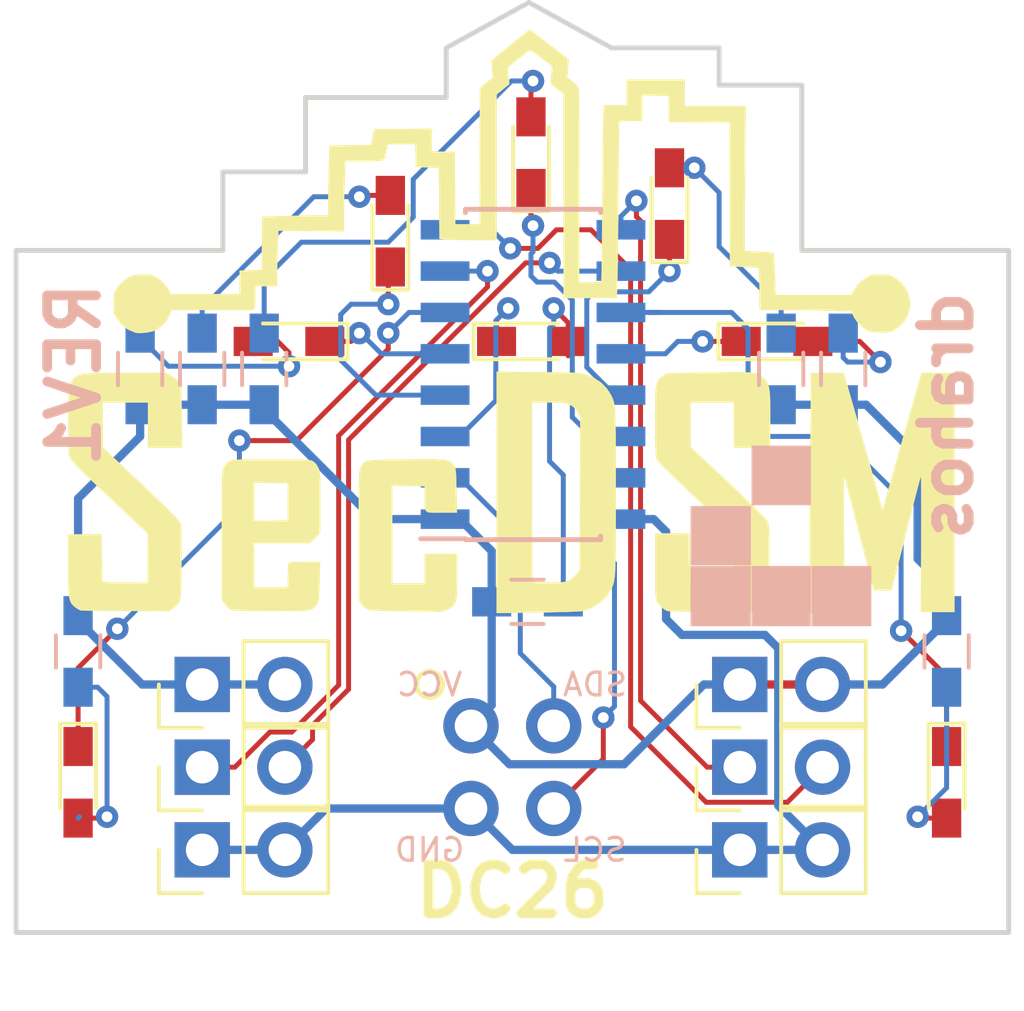
<source format=kicad_pcb>
(kicad_pcb (version 4) (host pcbnew 4.0.4-stable)

  (general
    (links 40)
    (no_connects 0)
    (area 132.004999 76.124999 162.635001 104.850001)
    (thickness 1.6)
    (drawings 22)
    (tracks 242)
    (zones 0)
    (modules 26)
    (nets 25)
  )

  (page A4)
  (layers
    (0 F.Cu signal)
    (31 B.Cu signal)
    (32 B.Adhes user)
    (33 F.Adhes user)
    (34 B.Paste user)
    (35 F.Paste user)
    (36 B.SilkS user)
    (37 F.SilkS user)
    (38 B.Mask user)
    (39 F.Mask user)
    (40 Dwgs.User user)
    (41 Cmts.User user)
    (42 Eco1.User user)
    (43 Eco2.User user)
    (44 Edge.Cuts user)
    (45 Margin user)
    (46 B.CrtYd user)
    (47 F.CrtYd user)
    (48 B.Fab user)
    (49 F.Fab user)
  )

  (setup
    (last_trace_width 0.1524)
    (trace_clearance 0.1524)
    (zone_clearance 0.508)
    (zone_45_only no)
    (trace_min 0.1524)
    (segment_width 0.2)
    (edge_width 0.15)
    (via_size 0.6858)
    (via_drill 0.3302)
    (via_min_size 0.508)
    (via_min_drill 0.254)
    (uvia_size 0.6858)
    (uvia_drill 0.3302)
    (uvias_allowed no)
    (uvia_min_size 0.508)
    (uvia_min_drill 0.254)
    (pcb_text_width 0.3)
    (pcb_text_size 1.5 1.5)
    (mod_edge_width 0.15)
    (mod_text_size 1 1)
    (mod_text_width 0.15)
    (pad_size 1.524 1.524)
    (pad_drill 0.762)
    (pad_to_mask_clearance 0.0508)
    (aux_axis_origin 0 0)
    (visible_elements 7FFFFFFF)
    (pcbplotparams
      (layerselection 0x00030_80000001)
      (usegerberextensions false)
      (excludeedgelayer true)
      (linewidth 0.100000)
      (plotframeref false)
      (viasonmask false)
      (mode 1)
      (useauxorigin false)
      (hpglpennumber 1)
      (hpglpenspeed 20)
      (hpglpendiameter 15)
      (hpglpenoverlay 2)
      (psnegative false)
      (psa4output false)
      (plotreference true)
      (plotvalue true)
      (plotinvisibletext false)
      (padsonsilk false)
      (subtractmaskfromsilk false)
      (outputformat 1)
      (mirror false)
      (drillshape 1)
      (scaleselection 1)
      (outputdirectory ""))
  )

  (net 0 "")
  (net 1 "Net-(D1-Pad1)")
  (net 2 "Net-(D1-Pad2)")
  (net 3 "Net-(D2-Pad1)")
  (net 4 "Net-(D2-Pad2)")
  (net 5 "Net-(D3-Pad1)")
  (net 6 "Net-(D3-Pad2)")
  (net 7 "Net-(D4-Pad1)")
  (net 8 "Net-(D4-Pad2)")
  (net 9 "Net-(D5-Pad1)")
  (net 10 "Net-(D5-Pad2)")
  (net 11 "Net-(D6-Pad1)")
  (net 12 "Net-(D6-Pad2)")
  (net 13 "Net-(D7-Pad1)")
  (net 14 "Net-(D7-Pad2)")
  (net 15 "Net-(D8-Pad1)")
  (net 16 "Net-(D8-Pad2)")
  (net 17 VCC)
  (net 18 GND)
  (net 19 /SDA)
  (net 20 /SCL)
  (net 21 /A2)
  (net 22 /A1)
  (net 23 /A0)
  (net 24 /~G)

  (net_class Default "This is the default net class."
    (clearance 0.1524)
    (trace_width 0.1524)
    (via_dia 0.6858)
    (via_drill 0.3302)
    (uvia_dia 0.6858)
    (uvia_drill 0.3302)
    (add_net /A0)
    (add_net /A1)
    (add_net /A2)
    (add_net /SCL)
    (add_net /SDA)
    (add_net /~G)
    (add_net "Net-(D1-Pad1)")
    (add_net "Net-(D1-Pad2)")
    (add_net "Net-(D2-Pad1)")
    (add_net "Net-(D2-Pad2)")
    (add_net "Net-(D3-Pad1)")
    (add_net "Net-(D3-Pad2)")
    (add_net "Net-(D4-Pad1)")
    (add_net "Net-(D4-Pad2)")
    (add_net "Net-(D5-Pad1)")
    (add_net "Net-(D5-Pad2)")
    (add_net "Net-(D6-Pad1)")
    (add_net "Net-(D6-Pad2)")
    (add_net "Net-(D7-Pad1)")
    (add_net "Net-(D7-Pad2)")
    (add_net "Net-(D8-Pad1)")
    (add_net "Net-(D8-Pad2)")
  )

  (net_class Power ""
    (clearance 0.2032)
    (trace_width 0.254)
    (via_dia 0.8382)
    (via_drill 0.3556)
    (uvia_dia 0.6858)
    (uvia_drill 0.3302)
    (add_net GND)
    (add_net VCC)
  )

  (module LEDs:LED_0603_HandSoldering (layer F.Cu) (tedit 5B53BFBB) (tstamp 5B53BC74)
    (at 147.9345 86.614)
    (descr "LED SMD 0603, hand soldering")
    (tags "LED 0603")
    (path /5B53AFC3)
    (attr smd)
    (fp_text reference D4 (at 0 -1.45) (layer F.SilkS) hide
      (effects (font (size 1 1) (thickness 0.15)))
    )
    (fp_text value LED (at 0 1.55) (layer F.Fab)
      (effects (font (size 1 1) (thickness 0.15)))
    )
    (fp_line (start -1.8 -0.55) (end -1.8 0.55) (layer F.SilkS) (width 0.12))
    (fp_line (start -0.2 -0.2) (end -0.2 0.2) (layer F.Fab) (width 0.1))
    (fp_line (start -0.15 0) (end 0.15 -0.2) (layer F.Fab) (width 0.1))
    (fp_line (start 0.15 0.2) (end -0.15 0) (layer F.Fab) (width 0.1))
    (fp_line (start 0.15 -0.2) (end 0.15 0.2) (layer F.Fab) (width 0.1))
    (fp_line (start 0.8 0.4) (end -0.8 0.4) (layer F.Fab) (width 0.1))
    (fp_line (start 0.8 -0.4) (end 0.8 0.4) (layer F.Fab) (width 0.1))
    (fp_line (start -0.8 -0.4) (end 0.8 -0.4) (layer F.Fab) (width 0.1))
    (fp_line (start -1.8 0.55) (end 0.8 0.55) (layer F.SilkS) (width 0.12))
    (fp_line (start -1.8 -0.55) (end 0.8 -0.55) (layer F.SilkS) (width 0.12))
    (fp_line (start -1.96 -0.7) (end 1.95 -0.7) (layer F.CrtYd) (width 0.05))
    (fp_line (start -1.96 -0.7) (end -1.96 0.7) (layer F.CrtYd) (width 0.05))
    (fp_line (start 1.95 0.7) (end 1.95 -0.7) (layer F.CrtYd) (width 0.05))
    (fp_line (start 1.95 0.7) (end -1.96 0.7) (layer F.CrtYd) (width 0.05))
    (fp_line (start -0.8 -0.4) (end -0.8 0.4) (layer F.Fab) (width 0.1))
    (pad 1 smd rect (at -1.1 0) (size 1.2 0.9) (layers F.Cu F.Paste F.Mask)
      (net 7 "Net-(D4-Pad1)"))
    (pad 2 smd rect (at 1.1 0) (size 1.2 0.9) (layers F.Cu F.Paste F.Mask)
      (net 8 "Net-(D4-Pad2)"))
    (model ${KISYS3DMOD}/LEDs.3dshapes/LED_0603.wrl
      (at (xyz 0 0 0))
      (scale (xyz 1 1 1))
      (rotate (xyz 0 0 180))
    )
  )

  (module Housings_SOIC:SOIC-16_3.9x9.9mm_Pitch1.27mm (layer B.Cu) (tedit 5B53BF4D) (tstamp 5B53B10F)
    (at 147.955 87.63)
    (descr "16-Lead Plastic Small Outline (SL) - Narrow, 3.90 mm Body [SOIC] (see Microchip Packaging Specification 00000049BS.pdf)")
    (tags "SOIC 1.27")
    (path /5B53A877)
    (attr smd)
    (fp_text reference U1 (at 0 6) (layer B.SilkS) hide
      (effects (font (size 1 1) (thickness 0.15)) (justify mirror))
    )
    (fp_text value TPIC2810 (at 0 -6) (layer B.Fab)
      (effects (font (size 1 1) (thickness 0.15)) (justify mirror))
    )
    (fp_text user %R (at 0 0) (layer B.Fab)
      (effects (font (size 0.9 0.9) (thickness 0.135)) (justify mirror))
    )
    (fp_line (start -0.95 4.95) (end 1.95 4.95) (layer B.Fab) (width 0.15))
    (fp_line (start 1.95 4.95) (end 1.95 -4.95) (layer B.Fab) (width 0.15))
    (fp_line (start 1.95 -4.95) (end -1.95 -4.95) (layer B.Fab) (width 0.15))
    (fp_line (start -1.95 -4.95) (end -1.95 3.95) (layer B.Fab) (width 0.15))
    (fp_line (start -1.95 3.95) (end -0.95 4.95) (layer B.Fab) (width 0.15))
    (fp_line (start -3.7 5.25) (end -3.7 -5.25) (layer B.CrtYd) (width 0.05))
    (fp_line (start 3.7 5.25) (end 3.7 -5.25) (layer B.CrtYd) (width 0.05))
    (fp_line (start -3.7 5.25) (end 3.7 5.25) (layer B.CrtYd) (width 0.05))
    (fp_line (start -3.7 -5.25) (end 3.7 -5.25) (layer B.CrtYd) (width 0.05))
    (fp_line (start -2.075 5.075) (end -2.075 5.05) (layer B.SilkS) (width 0.15))
    (fp_line (start 2.075 5.075) (end 2.075 4.97) (layer B.SilkS) (width 0.15))
    (fp_line (start 2.075 -5.075) (end 2.075 -4.97) (layer B.SilkS) (width 0.15))
    (fp_line (start -2.075 -5.075) (end -2.075 -4.97) (layer B.SilkS) (width 0.15))
    (fp_line (start -2.075 5.075) (end 2.075 5.075) (layer B.SilkS) (width 0.15))
    (fp_line (start -2.075 -5.075) (end 2.075 -5.075) (layer B.SilkS) (width 0.15))
    (fp_line (start -2.075 5.05) (end -3.45 5.05) (layer B.SilkS) (width 0.15))
    (pad 1 smd rect (at -2.7 4.445) (size 1.5 0.6) (layers B.Cu B.Paste B.Mask)
      (net 17 VCC))
    (pad 2 smd rect (at -2.7 3.175) (size 1.5 0.6) (layers B.Cu B.Paste B.Mask)
      (net 19 /SDA))
    (pad 3 smd rect (at -2.7 1.905) (size 1.5 0.6) (layers B.Cu B.Paste B.Mask)
      (net 7 "Net-(D4-Pad1)"))
    (pad 4 smd rect (at -2.7 0.635) (size 1.5 0.6) (layers B.Cu B.Paste B.Mask)
      (net 5 "Net-(D3-Pad1)"))
    (pad 5 smd rect (at -2.7 -0.635) (size 1.5 0.6) (layers B.Cu B.Paste B.Mask)
      (net 3 "Net-(D2-Pad1)"))
    (pad 6 smd rect (at -2.7 -1.905) (size 1.5 0.6) (layers B.Cu B.Paste B.Mask)
      (net 1 "Net-(D1-Pad1)"))
    (pad 7 smd rect (at -2.7 -3.175) (size 1.5 0.6) (layers B.Cu B.Paste B.Mask)
      (net 21 /A2))
    (pad 8 smd rect (at -2.7 -4.445) (size 1.5 0.6) (layers B.Cu B.Paste B.Mask)
      (net 24 /~G))
    (pad 9 smd rect (at 2.7 -4.445) (size 1.5 0.6) (layers B.Cu B.Paste B.Mask)
      (net 23 /A0))
    (pad 10 smd rect (at 2.7 -3.175) (size 1.5 0.6) (layers B.Cu B.Paste B.Mask)
      (net 22 /A1))
    (pad 11 smd rect (at 2.7 -1.905) (size 1.5 0.6) (layers B.Cu B.Paste B.Mask)
      (net 15 "Net-(D8-Pad1)"))
    (pad 12 smd rect (at 2.7 -0.635) (size 1.5 0.6) (layers B.Cu B.Paste B.Mask)
      (net 13 "Net-(D7-Pad1)"))
    (pad 13 smd rect (at 2.7 0.635) (size 1.5 0.6) (layers B.Cu B.Paste B.Mask)
      (net 11 "Net-(D6-Pad1)"))
    (pad 14 smd rect (at 2.7 1.905) (size 1.5 0.6) (layers B.Cu B.Paste B.Mask)
      (net 9 "Net-(D5-Pad1)"))
    (pad 15 smd rect (at 2.7 3.175) (size 1.5 0.6) (layers B.Cu B.Paste B.Mask)
      (net 20 /SCL))
    (pad 16 smd rect (at 2.7 4.445) (size 1.5 0.6) (layers B.Cu B.Paste B.Mask)
      (net 18 GND))
    (model ${KISYS3DMOD}/Housings_SOIC.3dshapes/SOIC-16_3.9x9.9mm_Pitch1.27mm.wrl
      (at (xyz 0 0 0))
      (scale (xyz 1 1 1))
      (rotate (xyz 0 0 0))
    )
  )

  (module SAO-SecDSM-DC26:secdsm_logo (layer F.Cu) (tedit 0) (tstamp 5B53B09C)
    (at 147.32 85.979)
    (fp_text reference G*** (at 0 0) (layer F.SilkS) hide
      (effects (font (thickness 0.3)))
    )
    (fp_text value LOGO (at 0.75 0) (layer F.SilkS) hide
      (effects (font (thickness 0.3)))
    )
    (fp_poly (pts (xy 0.79375 1.579614) (xy 1.111593 1.582794) (xy 1.375014 1.586086) (xy 1.590065 1.589768)
      (xy 1.762801 1.594117) (xy 1.899274 1.599409) (xy 2.005538 1.605923) (xy 2.087647 1.613935)
      (xy 2.151654 1.623722) (xy 2.203612 1.635562) (xy 2.237619 1.645729) (xy 2.504595 1.75627)
      (xy 2.72279 1.898984) (xy 2.896576 2.077197) (xy 2.990712 2.218761) (xy 3.022421 2.274296)
      (xy 3.05027 2.324797) (xy 3.07451 2.374372) (xy 3.095392 2.427128) (xy 3.113165 2.487173)
      (xy 3.128079 2.558617) (xy 3.140384 2.645565) (xy 3.150332 2.752127) (xy 3.158171 2.882411)
      (xy 3.164151 3.040523) (xy 3.168524 3.230573) (xy 3.171539 3.456667) (xy 3.173447 3.722915)
      (xy 3.174496 4.033424) (xy 3.174938 4.392301) (xy 3.175023 4.803655) (xy 3.175 5.245445)
      (xy 3.174977 5.711522) (xy 3.174767 6.12124) (xy 3.174161 6.478719) (xy 3.17295 6.788076)
      (xy 3.170925 7.053431) (xy 3.167877 7.2789) (xy 3.163597 7.468603) (xy 3.157874 7.626657)
      (xy 3.150501 7.757182) (xy 3.141267 7.864294) (xy 3.129965 7.952113) (xy 3.116383 8.024757)
      (xy 3.100314 8.086343) (xy 3.081548 8.140991) (xy 3.059875 8.192818) (xy 3.035088 8.245943)
      (xy 3.021099 8.275028) (xy 2.899067 8.464549) (xy 2.730043 8.634986) (xy 2.526772 8.77669)
      (xy 2.301996 8.880015) (xy 2.172822 8.917214) (xy 2.114483 8.924043) (xy 2.002835 8.931155)
      (xy 1.845048 8.938306) (xy 1.648286 8.945257) (xy 1.419717 8.951764) (xy 1.166508 8.957587)
      (xy 0.895824 8.962485) (xy 0.778631 8.964208) (xy -0.483809 8.981485) (xy -0.483809 2.509762)
      (xy 0.604762 2.509762) (xy 0.604762 5.256389) (xy 0.604979 5.658755) (xy 0.60561 6.043815)
      (xy 0.606622 6.40728) (xy 0.607986 6.74486) (xy 0.609668 7.052267) (xy 0.61164 7.32521)
      (xy 0.613868 7.559401) (xy 0.616322 7.750551) (xy 0.618971 7.894369) (xy 0.621783 7.986567)
      (xy 0.624727 8.022855) (xy 0.624921 8.023175) (xy 0.660588 8.030038) (xy 0.745989 8.035898)
      (xy 0.870385 8.040323) (xy 1.023035 8.042878) (xy 1.124855 8.043334) (xy 1.307699 8.042783)
      (xy 1.441861 8.040184) (xy 1.539131 8.034113) (xy 1.611299 8.023145) (xy 1.670156 8.005858)
      (xy 1.727491 7.980829) (xy 1.754677 7.967299) (xy 1.899515 7.867293) (xy 1.988017 7.765415)
      (xy 2.07131 7.639566) (xy 2.087524 2.958412) (xy 2.006807 2.810107) (xy 1.933435 2.700461)
      (xy 1.842008 2.623721) (xy 1.773537 2.585783) (xy 1.714025 2.557723) (xy 1.658171 2.537566)
      (xy 1.594662 2.524012) (xy 1.512187 2.515758) (xy 1.399435 2.511503) (xy 1.245095 2.509945)
      (xy 1.112873 2.509762) (xy 0.604762 2.509762) (xy -0.483809 2.509762) (xy -0.483809 1.567776)
      (xy 0.79375 1.579614)) (layer F.SilkS) (width 0.01))
    (fp_poly (pts (xy 10.744497 3.590774) (xy 10.840698 3.929403) (xy 10.932457 4.253809) (xy 11.018343 4.558845)
      (xy 11.096927 4.839368) (xy 11.16678 5.090231) (xy 11.22647 5.306289) (xy 11.274568 5.482398)
      (xy 11.309645 5.613413) (xy 11.330269 5.694188) (xy 11.334875 5.715) (xy 11.359221 5.851072)
      (xy 11.393599 5.730119) (xy 11.40753 5.681035) (xy 11.436517 5.578847) (xy 11.47912 5.428633)
      (xy 11.533898 5.235473) (xy 11.599412 5.004446) (xy 11.674221 4.74063) (xy 11.756884 4.449103)
      (xy 11.845963 4.134946) (xy 11.940016 3.803237) (xy 11.995953 3.605951) (xy 12.563929 1.602735)
      (xy 13.576905 1.602619) (xy 13.576905 8.950476) (xy 12.545755 8.950476) (xy 12.554842 6.850421)
      (xy 12.556101 6.500775) (xy 12.556799 6.16994) (xy 12.556956 5.862707) (xy 12.556594 5.583869)
      (xy 12.555735 5.338218) (xy 12.554398 5.130547) (xy 12.552606 4.965649) (xy 12.550379 4.848316)
      (xy 12.547739 4.78334) (xy 12.545675 4.771552) (xy 12.535066 4.804026) (xy 12.511128 4.889802)
      (xy 12.475256 5.023528) (xy 12.428845 5.199849) (xy 12.373289 5.413411) (xy 12.309985 5.658862)
      (xy 12.240326 5.930846) (xy 12.16571 6.224012) (xy 12.114653 6.425596) (xy 12.036836 6.733228)
      (xy 11.96268 7.026004) (xy 11.893649 7.298165) (xy 11.831209 7.543954) (xy 11.776824 7.757614)
      (xy 11.731959 7.933386) (xy 11.698079 8.065512) (xy 11.67665 8.148236) (xy 11.670354 8.171846)
      (xy 11.638824 8.285238) (xy 11.099712 8.285238) (xy 11.06983 8.171846) (xy 11.056818 8.12157)
      (xy 11.03034 8.018511) (xy 10.991884 7.868486) (xy 10.942939 7.677309) (xy 10.884991 7.450797)
      (xy 10.819531 7.194765) (xy 10.748044 6.915029) (xy 10.67202 6.617404) (xy 10.630763 6.455834)
      (xy 10.553097 6.152003) (xy 10.47923 5.863715) (xy 10.410638 5.596681) (xy 10.348795 5.356616)
      (xy 10.295178 5.149231) (xy 10.251261 4.980239) (xy 10.218522 4.855352) (xy 10.198434 4.780284)
      (xy 10.193375 4.7625) (xy 10.188009 4.773513) (xy 10.183659 4.84299) (xy 10.180337 4.968927)
      (xy 10.178053 5.149322) (xy 10.176817 5.38217) (xy 10.17664 5.665467) (xy 10.177533 5.997211)
      (xy 10.179505 6.375398) (xy 10.182568 6.798024) (xy 10.182675 6.811131) (xy 10.200176 8.950476)
      (xy 9.975981 8.950633) (xy 9.838148 8.952926) (xy 9.670639 8.958878) (xy 9.504062 8.967337)
      (xy 9.461804 8.969995) (xy 9.171822 8.9892) (xy 9.15202 8.690136) (xy 9.145793 8.556576)
      (xy 9.140798 8.362704) (xy 9.137035 8.10867) (xy 9.134505 7.794626) (xy 9.133207 7.420722)
      (xy 9.133142 6.987109) (xy 9.134309 6.493939) (xy 9.136708 5.941362) (xy 9.14034 5.329529)
      (xy 9.145203 4.658591) (xy 9.1513 3.9287) (xy 9.152019 3.847798) (xy 9.172088 1.602619)
      (xy 10.178465 1.602619) (xy 10.744497 3.590774)) (layer F.SilkS) (width 0.01))
    (fp_poly (pts (xy -2.377343 4.255878) (xy -2.188911 4.264885) (xy -2.040972 4.28432) (xy -1.92854 4.317298)
      (xy -1.846628 4.36693) (xy -1.790249 4.436329) (xy -1.754415 4.52861) (xy -1.73414 4.646883)
      (xy -1.724436 4.794263) (xy -1.720316 4.973861) (xy -1.716793 5.188792) (xy -1.716368 5.208512)
      (xy -1.701057 5.896429) (xy -2.177478 5.896429) (xy -2.36489 5.897364) (xy -2.500359 5.895009)
      (xy -2.592251 5.881622) (xy -2.648935 5.849463) (xy -2.678778 5.79079) (xy -2.69015 5.697863)
      (xy -2.691418 5.56294) (xy -2.690777 5.421589) (xy -2.69119 5.082821) (xy -3.689128 5.064881)
      (xy -3.689088 6.569226) (xy -3.689047 8.073572) (xy -2.69119 8.073572) (xy -2.69119 7.166429)
      (xy -1.693333 7.166429) (xy -1.693333 7.848288) (xy -1.693982 8.085903) (xy -1.696909 8.271691)
      (xy -1.703583 8.414296) (xy -1.715475 8.522362) (xy -1.734054 8.604533) (xy -1.76079 8.669453)
      (xy -1.797153 8.725767) (xy -1.844612 8.782117) (xy -1.853845 8.792273) (xy -1.921405 8.840817)
      (xy -2.023525 8.888435) (xy -2.1355 8.926027) (xy -2.232624 8.944492) (xy -2.265786 8.94402)
      (xy -2.306238 8.942064) (xy -2.399916 8.939405) (xy -2.539573 8.936192) (xy -2.717965 8.932572)
      (xy -2.927845 8.928694) (xy -3.161969 8.924706) (xy -3.374513 8.921342) (xy -3.6614 8.917072)
      (xy -3.894292 8.913153) (xy -4.079651 8.908429) (xy -4.223939 8.901744) (xy -4.333619 8.891942)
      (xy -4.415152 8.877867) (xy -4.475 8.858363) (xy -4.519627 8.832273) (xy -4.555494 8.798442)
      (xy -4.589063 8.755713) (xy -4.626797 8.702931) (xy -4.63147 8.696475) (xy -4.717143 8.578546)
      (xy -4.717143 6.601283) (xy -4.717087 6.20652) (xy -4.716835 5.867654) (xy -4.716253 5.580104)
      (xy -4.715213 5.339291) (xy -4.713583 5.140636) (xy -4.711233 4.979558) (xy -4.708031 4.851478)
      (xy -4.703847 4.751816) (xy -4.69855 4.675993) (xy -4.69201 4.619428) (xy -4.684096 4.577541)
      (xy -4.674676 4.545754) (xy -4.663621 4.519487) (xy -4.657351 4.506818) (xy -4.6284 4.449992)
      (xy -4.601078 4.403091) (xy -4.569607 4.365113) (xy -4.528207 4.335057) (xy -4.471099 4.31192)
      (xy -4.392504 4.2947) (xy -4.286642 4.282396) (xy -4.147735 4.274005) (xy -3.970002 4.268525)
      (xy -3.747665 4.264955) (xy -3.474944 4.262292) (xy -3.235476 4.260302) (xy -2.895639 4.256699)
      (xy -2.611257 4.254187) (xy -2.377343 4.255878)) (layer F.SilkS) (width 0.01))
    (fp_poly (pts (xy 7.078327 1.581837) (xy 7.235337 1.587524) (xy 7.360099 1.597678) (xy 7.458253 1.612874)
      (xy 7.535441 1.633685) (xy 7.597303 1.660684) (xy 7.649482 1.694445) (xy 7.697618 1.735541)
      (xy 7.729562 1.76661) (xy 7.781134 1.823585) (xy 7.822729 1.885312) (xy 7.855392 1.958723)
      (xy 7.88017 2.050748) (xy 7.898108 2.168318) (xy 7.910252 2.318365) (xy 7.917648 2.507819)
      (xy 7.921342 2.743612) (xy 7.92238 3.032675) (xy 7.922381 3.044417) (xy 7.922381 3.900715)
      (xy 6.803572 3.900715) (xy 6.803572 2.509762) (xy 5.473096 2.509762) (xy 5.477968 3.885596)
      (xy 6.027377 4.396964) (xy 6.369786 4.7169) (xy 6.681094 5.010301) (xy 6.959602 5.275495)
      (xy 7.203612 5.510815) (xy 7.411425 5.714589) (xy 7.581343 5.885149) (xy 7.711667 6.020826)
      (xy 7.800697 6.119948) (xy 7.846736 6.180847) (xy 7.851197 6.189584) (xy 7.862438 6.229605)
      (xy 7.87157 6.294087) (xy 7.878773 6.388358) (xy 7.884226 6.517751) (xy 7.888107 6.687596)
      (xy 7.890597 6.903222) (xy 7.891874 7.169961) (xy 7.892143 7.408567) (xy 7.891999 7.699672)
      (xy 7.891357 7.936676) (xy 7.889903 8.125954) (xy 7.887323 8.273882) (xy 7.883305 8.386836)
      (xy 7.877533 8.471189) (xy 7.869694 8.533318) (xy 7.859475 8.579598) (xy 7.846561 8.616404)
      (xy 7.83107 8.649266) (xy 7.766439 8.740968) (xy 7.677365 8.827822) (xy 7.644328 8.852169)
      (xy 7.518661 8.935357) (xy 6.185938 8.940778) (xy 5.904656 8.941319) (xy 5.639611 8.940673)
      (xy 5.397448 8.938939) (xy 5.184812 8.936217) (xy 5.008348 8.932606) (xy 4.874701 8.928208)
      (xy 4.790517 8.92312) (xy 4.765334 8.919451) (xy 4.67356 8.871766) (xy 4.571942 8.789648)
      (xy 4.480455 8.691276) (xy 4.427301 8.6118) (xy 4.415121 8.577573) (xy 4.405364 8.522364)
      (xy 4.397796 8.440237) (xy 4.392182 8.325258) (xy 4.388288 8.171493) (xy 4.385879 7.973006)
      (xy 4.384719 7.723863) (xy 4.384524 7.530788) (xy 4.384524 6.531429) (xy 5.442857 6.531429)
      (xy 5.442995 6.947203) (xy 5.444676 7.140784) (xy 5.449136 7.351595) (xy 5.455674 7.552815)
      (xy 5.462734 7.703155) (xy 5.482336 8.043334) (xy 6.803572 8.043334) (xy 6.799324 6.546548)
      (xy 5.628415 5.440193) (xy 5.365896 5.191759) (xy 5.144226 4.980981) (xy 4.959952 4.804347)
      (xy 4.809623 4.658346) (xy 4.689787 4.539466) (xy 4.596989 4.444194) (xy 4.52778 4.36902)
      (xy 4.478705 4.310432) (xy 4.446313 4.264917) (xy 4.427151 4.228965) (xy 4.421015 4.212041)
      (xy 4.409561 4.147814) (xy 4.400419 4.037597) (xy 4.3935 3.878522) (xy 4.388713 3.667719)
      (xy 4.38597 3.402319) (xy 4.385181 3.079453) (xy 4.385188 3.065659) (xy 4.385724 2.765845)
      (xy 4.387621 2.520088) (xy 4.391954 2.321973) (xy 4.399799 2.16508) (xy 4.412232 2.042991)
      (xy 4.430327 1.949291) (xy 4.455159 1.87756) (xy 4.487804 1.821382) (xy 4.529337 1.774339)
      (xy 4.580833 1.730012) (xy 4.613168 1.704942) (xy 4.727442 1.617738) (xy 6.014971 1.592297)
      (xy 6.35739 1.585848) (xy 6.644994 1.581573) (xy 6.883426 1.580044) (xy 7.078327 1.581837)) (layer F.SilkS) (width 0.01))
    (fp_poly (pts (xy -11.855404 1.603326) (xy -10.62869 1.604032) (xy -10.478631 1.68648) (xy -10.370002 1.761576)
      (xy -10.274902 1.85339) (xy -10.246753 1.889881) (xy -10.164934 2.010834) (xy -10.151712 2.955774)
      (xy -10.138491 3.900715) (xy -11.188095 3.900715) (xy -11.188095 2.509762) (xy -12.579047 2.509762)
      (xy -12.579047 3.892771) (xy -11.446334 4.957905) (xy -11.18692 5.203022) (xy -10.952248 5.427136)
      (xy -10.74534 5.627257) (xy -10.56922 5.800395) (xy -10.426911 5.943562) (xy -10.321435 6.053766)
      (xy -10.255815 6.128019) (xy -10.236811 6.154106) (xy -10.16 6.285174) (xy -10.160047 7.398599)
      (xy -10.160157 7.704958) (xy -10.161149 7.957052) (xy -10.164056 8.161091) (xy -10.16991 8.323285)
      (xy -10.179745 8.449845) (xy -10.194594 8.546981) (xy -10.215491 8.620904) (xy -10.243467 8.677825)
      (xy -10.279557 8.723953) (xy -10.324794 8.7655) (xy -10.380211 8.808675) (xy -10.396696 8.821147)
      (xy -10.527558 8.920238) (xy -11.863243 8.916731) (xy -12.143603 8.915662) (xy -12.406688 8.914021)
      (xy -12.646035 8.911893) (xy -12.85518 8.909366) (xy -13.027658 8.906526) (xy -13.157006 8.90346)
      (xy -13.236758 8.900253) (xy -13.259404 8.898027) (xy -13.31956 8.87039) (xy -13.39932 8.81886)
      (xy -13.430566 8.795305) (xy -13.484045 8.749711) (xy -13.527455 8.701646) (xy -13.561839 8.644547)
      (xy -13.588239 8.571853) (xy -13.607699 8.477003) (xy -13.62126 8.353434) (xy -13.629965 8.194586)
      (xy -13.634857 7.993896) (xy -13.636978 7.744804) (xy -13.637381 7.493661) (xy -13.637381 6.561667)
      (xy -12.61234 6.561667) (xy -12.603253 7.284918) (xy -12.600046 7.487978) (xy -12.595912 7.670387)
      (xy -12.591146 7.823614) (xy -12.586046 7.939129) (xy -12.580906 8.008399) (xy -12.577597 8.024682)
      (xy -12.54385 8.029586) (xy -12.458451 8.034207) (xy -12.330224 8.038293) (xy -12.167992 8.041592)
      (xy -11.980579 8.043853) (xy -11.882121 8.044507) (xy -11.203214 8.047819) (xy -11.196001 7.297183)
      (xy -11.188789 6.546548) (xy -12.357442 5.442923) (xy -12.64362 5.171795) (xy -12.887191 4.939071)
      (xy -13.09036 4.742545) (xy -13.255332 4.58001) (xy -13.384312 4.44926) (xy -13.479504 4.348087)
      (xy -13.543114 4.274285) (xy -13.577346 4.225648) (xy -13.581074 4.21828) (xy -13.596327 4.179872)
      (xy -13.608508 4.134484) (xy -13.617962 4.075245) (xy -13.625034 3.995283) (xy -13.630069 3.887726)
      (xy -13.633414 3.745704) (xy -13.635412 3.562343) (xy -13.63641 3.330773) (xy -13.636717 3.110766)
      (xy -13.636419 2.813704) (xy -13.634514 2.570506) (xy -13.630146 2.374562) (xy -13.622456 2.219265)
      (xy -13.610588 2.098007) (xy -13.593683 2.004179) (xy -13.570885 1.931173) (xy -13.541335 1.872381)
      (xy -13.504177 1.821194) (xy -13.463558 1.776206) (xy -13.421746 1.735902) (xy -13.376609 1.702343)
      (xy -13.322482 1.67492) (xy -13.253695 1.653023) (xy -13.164581 1.636043) (xy -13.049474 1.623372)
      (xy -12.902705 1.614399) (xy -12.718607 1.608516) (xy -12.491512 1.605113) (xy -12.215753 1.603581)
      (xy -11.885663 1.60331) (xy -11.855404 1.603326)) (layer F.SilkS) (width 0.01))
    (fp_poly (pts (xy -7.116431 4.263832) (xy -6.868549 4.264398) (xy -6.669137 4.265663) (xy -6.512189 4.267907)
      (xy -6.391703 4.271408) (xy -6.301675 4.276446) (xy -6.236101 4.283302) (xy -6.188978 4.292255)
      (xy -6.154301 4.303585) (xy -6.126068 4.317571) (xy -6.114459 4.324444) (xy -6.02223 4.410135)
      (xy -5.955709 4.523385) (xy -5.938868 4.566613) (xy -5.925539 4.613769) (xy -5.915314 4.672156)
      (xy -5.907788 4.749076) (xy -5.902556 4.851832) (xy -5.89921 4.987726) (xy -5.897346 5.164061)
      (xy -5.896558 5.388138) (xy -5.896428 5.590028) (xy -5.896428 6.518376) (xy -6.21583 6.83381)
      (xy -7.959672 6.83381) (xy -7.941439 6.901846) (xy -7.935845 6.952094) (xy -7.930903 7.05244)
      (xy -7.926899 7.192506) (xy -7.924116 7.361914) (xy -7.92284 7.550288) (xy -7.922794 7.582203)
      (xy -7.922381 8.194524) (xy -6.894285 8.194524) (xy -6.894285 7.849259) (xy -6.892738 7.70687)
      (xy -6.888542 7.583997) (xy -6.882363 7.494932) (xy -6.875931 7.456164) (xy -6.861157 7.437804)
      (xy -6.827355 7.424727) (xy -6.765808 7.416089) (xy -6.667798 7.411046) (xy -6.524606 7.408754)
      (xy -6.381709 7.408334) (xy -5.905841 7.408334) (xy -5.920178 8.020655) (xy -5.926189 8.245945)
      (xy -5.933908 8.419422) (xy -5.945714 8.549747) (xy -5.963984 8.645579) (xy -5.991097 8.715578)
      (xy -6.02943 8.768404) (xy -6.081361 8.812717) (xy -6.149269 8.857177) (xy -6.150003 8.85763)
      (xy -6.177953 8.873673) (xy -6.2088 8.886688) (xy -6.248735 8.896968) (xy -6.30395 8.904807)
      (xy -6.380638 8.910498) (xy -6.484989 8.914335) (xy -6.623197 8.916611) (xy -6.801453 8.917621)
      (xy -7.02595 8.917656) (xy -7.302878 8.917012) (xy -7.396783 8.916731) (xy -7.656283 8.915558)
      (xy -7.898366 8.913741) (xy -8.115985 8.911385) (xy -8.302091 8.9086) (xy -8.449635 8.905491)
      (xy -8.55157 8.902167) (xy -8.600846 8.898735) (xy -8.602738 8.898358) (xy -8.670372 8.871854)
      (xy -8.734069 8.820639) (xy -8.808033 8.732342) (xy -8.834565 8.696475) (xy -8.920238 8.578546)
      (xy -8.920238 6.601283) (xy -8.920183 6.20652) (xy -8.920144 6.153453) (xy -7.922458 6.153453)
      (xy -7.408372 6.144514) (xy -6.894285 6.135576) (xy -6.894285 4.992043) (xy -7.408372 4.983105)
      (xy -7.922458 4.974167) (xy -7.922458 6.153453) (xy -8.920144 6.153453) (xy -8.91993 5.867654)
      (xy -8.919349 5.580104) (xy -8.918308 5.339291) (xy -8.916678 5.140636) (xy -8.914328 4.979558)
      (xy -8.911126 4.851478) (xy -8.906942 4.751816) (xy -8.901646 4.675993) (xy -8.895105 4.619428)
      (xy -8.887191 4.577541) (xy -8.877772 4.545754) (xy -8.866716 4.519487) (xy -8.860446 4.506818)
      (xy -8.800253 4.415481) (xy -8.727311 4.338382) (xy -8.712147 4.326594) (xy -8.688208 4.310814)
      (xy -8.661062 4.297914) (xy -8.624762 4.287606) (xy -8.573358 4.279599) (xy -8.500901 4.273605)
      (xy -8.401441 4.269334) (xy -8.269029 4.266497) (xy -8.097717 4.264805) (xy -7.881554 4.263967)
      (xy -7.614592 4.263696) (xy -7.418784 4.263685) (xy -7.116431 4.263832)) (layer F.SilkS) (width 0.01))
    (fp_poly (pts (xy -1.663095 5.185834) (xy -1.678214 5.200953) (xy -1.693333 5.185834) (xy -1.678214 5.170715)
      (xy -1.663095 5.185834)) (layer F.SilkS) (width 0.01))
    (fp_poly (pts (xy 0.634714 -8.867455) (xy 0.691158 -8.824858) (xy 0.786319 -8.752468) (xy 0.910956 -8.657339)
      (xy 1.055831 -8.546522) (xy 1.211703 -8.427073) (xy 1.235284 -8.408983) (xy 1.729735 -8.029615)
      (xy 1.709127 -7.754746) (xy 1.68852 -7.479878) (xy 1.853636 -7.352491) (xy 1.961513 -7.258554)
      (xy 2.021279 -7.178051) (xy 2.037472 -7.13151) (xy 2.040135 -7.088435) (xy 2.042684 -6.989174)
      (xy 2.045094 -6.838017) (xy 2.047338 -6.639254) (xy 2.049389 -6.397175) (xy 2.051221 -6.116071)
      (xy 2.052807 -5.800231) (xy 2.054121 -5.453946) (xy 2.055135 -5.081506) (xy 2.055824 -4.6872)
      (xy 2.056161 -4.275319) (xy 2.056191 -4.108601) (xy 2.056191 -1.179285) (xy 2.387025 -1.179285)
      (xy 2.522111 -1.181269) (xy 2.63331 -1.186643) (xy 2.707673 -1.194542) (xy 2.732112 -1.202347)
      (xy 2.7345 -1.235416) (xy 2.737203 -1.32449) (xy 2.740164 -1.465097) (xy 2.743325 -1.652766)
      (xy 2.746628 -1.883026) (xy 2.750016 -2.151407) (xy 2.753431 -2.453438) (xy 2.756815 -2.784647)
      (xy 2.760112 -3.140565) (xy 2.763262 -3.516719) (xy 2.765167 -3.765025) (xy 2.768237 -4.155618)
      (xy 2.771536 -4.531623) (xy 2.775002 -4.888248) (xy 2.778573 -5.220699) (xy 2.782187 -5.524184)
      (xy 2.785781 -5.793909) (xy 2.789294 -6.025083) (xy 2.792662 -6.212911) (xy 2.795824 -6.352601)
      (xy 2.798717 -6.439361) (xy 2.800232 -6.463393) (xy 2.816495 -6.622143) (xy 3.507619 -6.622143)
      (xy 3.507619 -7.408333) (xy 5.291667 -7.408333) (xy 5.291667 -6.591904) (xy 7.166339 -6.591904)
      (xy 7.146293 -4.369404) (xy 7.143206 -4.008694) (xy 7.140597 -3.666082) (xy 7.138483 -3.346296)
      (xy 7.136878 -3.054066) (xy 7.1358 -2.794121) (xy 7.135264 -2.571192) (xy 7.135287 -2.390007)
      (xy 7.135883 -2.255295) (xy 7.137069 -2.171786) (xy 7.138778 -2.14418) (xy 7.171855 -2.141763)
      (xy 7.2542 -2.13698) (xy 7.374678 -2.130446) (xy 7.522155 -2.122773) (xy 7.58142 -2.119764)
      (xy 7.736305 -2.111033) (xy 7.868515 -2.101838) (xy 7.966841 -2.093091) (xy 8.020075 -2.085708)
      (xy 8.026085 -2.083518) (xy 8.031351 -2.050302) (xy 8.03782 -1.965686) (xy 8.045001 -1.838723)
      (xy 8.052401 -1.678465) (xy 8.059527 -1.493966) (xy 8.061792 -1.427576) (xy 8.082942 -0.78619)
      (xy 10.404718 -0.78619) (xy 10.456228 -0.88024) (xy 10.540736 -1.023429) (xy 10.620883 -1.129037)
      (xy 10.713235 -1.216221) (xy 10.806371 -1.285119) (xy 10.892568 -1.342435) (xy 10.961619 -1.378645)
      (xy 11.032838 -1.399314) (xy 11.125537 -1.410007) (xy 11.25903 -1.416288) (xy 11.261991 -1.416398)
      (xy 11.401094 -1.419694) (xy 11.498887 -1.415399) (xy 11.574355 -1.400609) (xy 11.646481 -1.37242)
      (xy 11.690128 -1.350908) (xy 11.798766 -1.283117) (xy 11.91175 -1.194225) (xy 11.964953 -1.144033)
      (xy 12.100955 -0.96347) (xy 12.184624 -0.764155) (xy 12.217328 -0.555154) (xy 12.200431 -0.345534)
      (xy 12.135301 -0.144358) (xy 12.023304 0.039306) (xy 11.865806 0.196394) (xy 11.751305 0.273392)
      (xy 11.670043 0.316742) (xy 11.598699 0.343015) (xy 11.517528 0.356227) (xy 11.406785 0.360395)
      (xy 11.324167 0.360273) (xy 11.188701 0.355364) (xy 11.064858 0.344044) (xy 10.973483 0.328437)
      (xy 10.953378 0.322481) (xy 10.825661 0.253977) (xy 10.69366 0.14683) (xy 10.575536 0.01855)
      (xy 10.489455 -0.113349) (xy 10.479538 -0.134365) (xy 10.409609 -0.292486) (xy 9.62978 -0.312553)
      (xy 9.37074 -0.318489) (xy 9.087923 -0.323729) (xy 8.800709 -0.327996) (xy 8.528478 -0.331014)
      (xy 8.29061 -0.332507) (xy 8.219857 -0.332619) (xy 7.589762 -0.332619) (xy 7.589762 -0.965834)
      (xy 7.588559 -1.155396) (xy 7.585195 -1.323855) (xy 7.580044 -1.462058) (xy 7.573475 -1.560854)
      (xy 7.56586 -1.611091) (xy 7.563412 -1.615335) (xy 7.525119 -1.622575) (xy 7.438061 -1.631277)
      (xy 7.3139 -1.640498) (xy 7.164299 -1.649294) (xy 7.110035 -1.652005) (xy 6.683009 -1.67239)
      (xy 6.675255 -3.882683) (xy 6.6675 -6.092976) (xy 5.738553 -6.100971) (xy 4.809607 -6.108966)
      (xy 4.801173 -6.509185) (xy 4.792738 -6.909404) (xy 4.392084 -6.917842) (xy 3.991429 -6.926279)
      (xy 3.991429 -6.138333) (xy 3.645475 -6.138333) (xy 3.507273 -6.136466) (xy 3.392827 -6.131395)
      (xy 3.314739 -6.123914) (xy 3.285883 -6.115654) (xy 3.283557 -6.082611) (xy 3.2809 -5.993618)
      (xy 3.277972 -5.8532) (xy 3.274831 -5.665883) (xy 3.271536 -5.436191) (xy 3.268146 -5.16865)
      (xy 3.26472 -4.867785) (xy 3.261318 -4.538121) (xy 3.257997 -4.184183) (xy 3.254818 -3.810497)
      (xy 3.253268 -3.613452) (xy 3.250113 -3.225695) (xy 3.246704 -2.851204) (xy 3.243109 -2.494993)
      (xy 3.239394 -2.162075) (xy 3.235627 -1.857461) (xy 3.231874 -1.586166) (xy 3.228203 -1.353201)
      (xy 3.22468 -1.163579) (xy 3.221373 -1.022313) (xy 3.218348 -0.934416) (xy 3.217184 -0.914702)
      (xy 3.200079 -0.695476) (xy 1.572381 -0.695476) (xy 1.572381 -6.978315) (xy 1.376294 -7.125288)
      (xy 1.180208 -7.272262) (xy 1.198113 -7.544404) (xy 1.216019 -7.816547) (xy 0.892695 -8.069483)
      (xy 0.754072 -8.175706) (xy 0.653723 -8.246658) (xy 0.584297 -8.286761) (xy 0.538439 -8.300437)
      (xy 0.515608 -8.296268) (xy 0.472233 -8.268181) (xy 0.392634 -8.210382) (xy 0.287749 -8.131019)
      (xy 0.168513 -8.038239) (xy 0.155814 -8.028214) (xy 0.030485 -7.928382) (xy -0.05446 -7.856996)
      (xy -0.106351 -7.805348) (xy -0.132518 -7.764727) (xy -0.140292 -7.726424) (xy -0.137004 -7.681727)
      (xy -0.136846 -7.680476) (xy -0.125394 -7.583982) (xy -0.112433 -7.466679) (xy -0.107892 -7.423452)
      (xy -0.09231 -7.272262) (xy -0.288059 -7.111743) (xy -0.483809 -6.951224) (xy -0.483809 -2.479524)
      (xy -1.220422 -2.479524) (xy -1.434226 -2.480308) (xy -1.635581 -2.482508) (xy -1.814073 -2.485896)
      (xy -1.959291 -2.490245) (xy -2.060822 -2.495326) (xy -2.096954 -2.498702) (xy -2.236873 -2.51788)
      (xy -2.244805 -3.609952) (xy -2.252738 -4.702024) (xy -2.607084 -4.710534) (xy -2.96143 -4.719045)
      (xy -2.969941 -5.073392) (xy -2.978452 -5.427738) (xy -3.825119 -5.427738) (xy -3.864861 -5.246309)
      (xy -3.888398 -5.137919) (xy -3.908102 -5.045547) (xy -3.917343 -5.000872) (xy -3.931593 -4.968018)
      (xy -3.96428 -4.942902) (xy -4.022432 -4.92454) (xy -4.113079 -4.911944) (xy -4.24325 -4.90413)
      (xy -4.419973 -4.900111) (xy -4.644307 -4.898904) (xy -5.130877 -4.898571) (xy -5.150716 -4.28625)
      (xy -5.157258 -4.058428) (xy -5.162901 -3.812501) (xy -5.167258 -3.569303) (xy -5.169946 -3.349666)
      (xy -5.170635 -3.209766) (xy -5.170714 -2.745604) (xy -6.179179 -2.756195) (xy -7.187645 -2.766785)
      (xy -7.207189 -2.207381) (xy -7.213727 -2.003346) (xy -7.219347 -1.795753) (xy -7.22365 -1.601908)
      (xy -7.226239 -1.439115) (xy -7.226819 -1.353154) (xy -7.226904 -1.058333) (xy -7.892143 -1.058333)
      (xy -7.892555 -0.763512) (xy -7.894561 -0.628464) (xy -7.899602 -0.510136) (xy -7.906791 -0.425796)
      (xy -7.911201 -0.400654) (xy -7.929434 -0.332619) (xy -10.454933 -0.332619) (xy -10.522151 -0.173869)
      (xy -10.632589 0.016909) (xy -10.784752 0.178146) (xy -10.94619 0.285611) (xy -11.059595 0.326885)
      (xy -11.204052 0.357684) (xy -11.35666 0.375194) (xy -11.494517 0.376606) (xy -11.58119 0.363576)
      (xy -11.802655 0.269101) (xy -11.993208 0.122791) (xy -12.152083 -0.074763) (xy -12.155108 -0.07951)
      (xy -12.197451 -0.150406) (xy -12.2242 -0.212714) (xy -12.238909 -0.283656) (xy -12.245134 -0.380451)
      (xy -12.246428 -0.520319) (xy -12.246428 -0.521955) (xy -12.243052 -0.657424) (xy -12.233985 -0.775869)
      (xy -12.220818 -0.860326) (xy -12.212246 -0.886452) (xy -12.091515 -1.072408) (xy -11.942098 -1.227729)
      (xy -11.78616 -1.333347) (xy -11.691347 -1.377635) (xy -11.607651 -1.40404) (xy -11.512992 -1.416971)
      (xy -11.385287 -1.420837) (xy -11.347707 -1.420906) (xy -11.212208 -1.418639) (xy -11.116609 -1.409271)
      (xy -11.040394 -1.388437) (xy -10.96305 -1.351769) (xy -10.926375 -1.331216) (xy -10.795272 -1.237896)
      (xy -10.672139 -1.1186) (xy -10.573915 -0.991602) (xy -10.525362 -0.898613) (xy -10.494116 -0.816428)
      (xy -8.375952 -0.816428) (xy -8.375952 -1.540162) (xy -8.035774 -1.548712) (xy -7.695595 -1.557262)
      (xy -7.687558 -2.376426) (xy -7.679522 -3.195591) (xy -6.949388 -3.215533) (xy -6.725472 -3.221317)
      (xy -6.503741 -3.226441) (xy -6.297259 -3.23065) (xy -6.119091 -3.233685) (xy -5.982301 -3.235289)
      (xy -5.936889 -3.235476) (xy -5.654524 -3.235476) (xy -5.654524 -3.578318) (xy -5.653646 -3.71084)
      (xy -5.65119 -3.889534) (xy -5.647422 -4.100126) (xy -5.642606 -4.32834) (xy -5.637008 -4.5599)
      (xy -5.634584 -4.651183) (xy -5.614645 -5.381206) (xy -4.976905 -5.389353) (xy -4.339166 -5.3975)
      (xy -4.292992 -5.639404) (xy -4.246818 -5.881309) (xy -3.363171 -5.889326) (xy -2.479524 -5.897342)
      (xy -2.479524 -5.202871) (xy -1.768928 -5.185833) (xy -1.753064 -2.963333) (xy -0.997857 -2.963333)
      (xy -0.997499 -5.057321) (xy -0.997142 -7.151309) (xy -0.605916 -7.475779) (xy -0.623778 -7.736877)
      (xy -0.641639 -7.997976) (xy -0.056523 -8.472268) (xy 0.528593 -8.946559) (xy 0.634714 -8.867455)) (layer F.SilkS) (width 0.01))
  )

  (module SAO-SecDSM-DC26:Badgelife-Shitty-2x2 (layer F.Cu) (tedit 5B53BF2C) (tstamp 5B53BB4C)
    (at 147.32 99.695)
    (descr "Through hole angled pin header, 2x02, 2.54mm pitch, 6mm pin length, double rows")
    (tags "Through hole angled pin header THT 2x02 2.54mm double row")
    (path /5B53F79A)
    (fp_text reference X1 (at 0 0) (layer F.Fab) hide
      (effects (font (size 1 1) (thickness 0.15)))
    )
    (fp_text value Badgelife_shitty_connector (at 0.635 4.529999) (layer F.Fab) hide
      (effects (font (size 1 1) (thickness 0.15)))
    )
    (fp_text user SDA (at 2.54 -2.54) (layer B.SilkS)
      (effects (font (size 0.7 0.7) (thickness 0.1)) (justify mirror))
    )
    (fp_circle (center -2.54 -2.54) (end -2.14 -2.54) (layer F.SilkS) (width 0.15))
    (fp_text user SCL (at 2.54 2.54) (layer B.SilkS)
      (effects (font (size 0.7 0.7) (thickness 0.1)) (justify mirror))
    )
    (fp_text user GND (at -2.54 2.54) (layer B.SilkS)
      (effects (font (size 0.7 0.7) (thickness 0.1)) (justify mirror))
    )
    (fp_text user VCC (at -2.54 -2.54) (layer B.SilkS)
      (effects (font (size 0.7 0.7) (thickness 0.1)) (justify mirror))
    )
    (pad 4 thru_hole circle (at 1.27 -1.27) (size 1.7 1.7) (drill 1) (layers *.Cu *.Mask)
      (net 19 /SDA))
    (pad 3 thru_hole oval (at 1.27 1.27) (size 1.7 1.7) (drill 1) (layers *.Cu *.Mask)
      (net 20 /SCL))
    (pad 1 thru_hole oval (at -1.27 -1.27) (size 1.7 1.7) (drill 1) (layers *.Cu *.Mask)
      (net 17 VCC))
    (pad 2 thru_hole oval (at -1.27 1.27) (size 1.7 1.7) (drill 1) (layers *.Cu *.Mask)
      (net 18 GND))
    (model ${KISYS3DMOD}/Pin_Headers.3dshapes/Pin_Header_Angled_2x02_Pitch2.54mm.wrl
      (at (xyz 0 0 0))
      (scale (xyz 1 1 1))
      (rotate (xyz 0 0 0))
    )
  )

  (module LEDs:LED_0603_HandSoldering (layer F.Cu) (tedit 5B53BEF9) (tstamp 5B53BC62)
    (at 133.985 100.16 270)
    (descr "LED SMD 0603, hand soldering")
    (tags "LED 0603")
    (path /5B53AFD5)
    (attr smd)
    (fp_text reference D1 (at 0 -1.45 270) (layer F.SilkS) hide
      (effects (font (size 1 1) (thickness 0.15)))
    )
    (fp_text value LED (at 0 1.55 270) (layer F.Fab)
      (effects (font (size 1 1) (thickness 0.15)))
    )
    (fp_line (start -1.8 -0.55) (end -1.8 0.55) (layer F.SilkS) (width 0.12))
    (fp_line (start -0.2 -0.2) (end -0.2 0.2) (layer F.Fab) (width 0.1))
    (fp_line (start -0.15 0) (end 0.15 -0.2) (layer F.Fab) (width 0.1))
    (fp_line (start 0.15 0.2) (end -0.15 0) (layer F.Fab) (width 0.1))
    (fp_line (start 0.15 -0.2) (end 0.15 0.2) (layer F.Fab) (width 0.1))
    (fp_line (start 0.8 0.4) (end -0.8 0.4) (layer F.Fab) (width 0.1))
    (fp_line (start 0.8 -0.4) (end 0.8 0.4) (layer F.Fab) (width 0.1))
    (fp_line (start -0.8 -0.4) (end 0.8 -0.4) (layer F.Fab) (width 0.1))
    (fp_line (start -1.8 0.55) (end 0.8 0.55) (layer F.SilkS) (width 0.12))
    (fp_line (start -1.8 -0.55) (end 0.8 -0.55) (layer F.SilkS) (width 0.12))
    (fp_line (start -1.96 -0.7) (end 1.95 -0.7) (layer F.CrtYd) (width 0.05))
    (fp_line (start -1.96 -0.7) (end -1.96 0.7) (layer F.CrtYd) (width 0.05))
    (fp_line (start 1.95 0.7) (end 1.95 -0.7) (layer F.CrtYd) (width 0.05))
    (fp_line (start 1.95 0.7) (end -1.96 0.7) (layer F.CrtYd) (width 0.05))
    (fp_line (start -0.8 -0.4) (end -0.8 0.4) (layer F.Fab) (width 0.1))
    (pad 1 smd rect (at -1.1 0 270) (size 1.2 0.9) (layers F.Cu F.Paste F.Mask)
      (net 1 "Net-(D1-Pad1)"))
    (pad 2 smd rect (at 1.1 0 270) (size 1.2 0.9) (layers F.Cu F.Paste F.Mask)
      (net 2 "Net-(D1-Pad2)"))
    (model ${KISYS3DMOD}/LEDs.3dshapes/LED_0603.wrl
      (at (xyz 0 0 0))
      (scale (xyz 1 1 1))
      (rotate (xyz 0 0 180))
    )
  )

  (module LEDs:LED_0603_HandSoldering (layer F.Cu) (tedit 5B53BEE4) (tstamp 5B53BC68)
    (at 140.462 86.614 180)
    (descr "LED SMD 0603, hand soldering")
    (tags "LED 0603")
    (path /5B53AFCF)
    (attr smd)
    (fp_text reference D2 (at 0 -1.45 180) (layer F.SilkS) hide
      (effects (font (size 1 1) (thickness 0.15)))
    )
    (fp_text value LED (at 0 1.55 180) (layer F.Fab)
      (effects (font (size 1 1) (thickness 0.15)))
    )
    (fp_line (start -1.8 -0.55) (end -1.8 0.55) (layer F.SilkS) (width 0.12))
    (fp_line (start -0.2 -0.2) (end -0.2 0.2) (layer F.Fab) (width 0.1))
    (fp_line (start -0.15 0) (end 0.15 -0.2) (layer F.Fab) (width 0.1))
    (fp_line (start 0.15 0.2) (end -0.15 0) (layer F.Fab) (width 0.1))
    (fp_line (start 0.15 -0.2) (end 0.15 0.2) (layer F.Fab) (width 0.1))
    (fp_line (start 0.8 0.4) (end -0.8 0.4) (layer F.Fab) (width 0.1))
    (fp_line (start 0.8 -0.4) (end 0.8 0.4) (layer F.Fab) (width 0.1))
    (fp_line (start -0.8 -0.4) (end 0.8 -0.4) (layer F.Fab) (width 0.1))
    (fp_line (start -1.8 0.55) (end 0.8 0.55) (layer F.SilkS) (width 0.12))
    (fp_line (start -1.8 -0.55) (end 0.8 -0.55) (layer F.SilkS) (width 0.12))
    (fp_line (start -1.96 -0.7) (end 1.95 -0.7) (layer F.CrtYd) (width 0.05))
    (fp_line (start -1.96 -0.7) (end -1.96 0.7) (layer F.CrtYd) (width 0.05))
    (fp_line (start 1.95 0.7) (end 1.95 -0.7) (layer F.CrtYd) (width 0.05))
    (fp_line (start 1.95 0.7) (end -1.96 0.7) (layer F.CrtYd) (width 0.05))
    (fp_line (start -0.8 -0.4) (end -0.8 0.4) (layer F.Fab) (width 0.1))
    (pad 1 smd rect (at -1.1 0 180) (size 1.2 0.9) (layers F.Cu F.Paste F.Mask)
      (net 3 "Net-(D2-Pad1)"))
    (pad 2 smd rect (at 1.1 0 180) (size 1.2 0.9) (layers F.Cu F.Paste F.Mask)
      (net 4 "Net-(D2-Pad2)"))
    (model ${KISYS3DMOD}/LEDs.3dshapes/LED_0603.wrl
      (at (xyz 0 0 0))
      (scale (xyz 1 1 1))
      (rotate (xyz 0 0 180))
    )
  )

  (module LEDs:LED_0603_HandSoldering (layer F.Cu) (tedit 5B53BEE8) (tstamp 5B53BC6E)
    (at 143.5735 83.228 90)
    (descr "LED SMD 0603, hand soldering")
    (tags "LED 0603")
    (path /5B53AFC9)
    (attr smd)
    (fp_text reference D3 (at 0 -1.45 90) (layer F.SilkS) hide
      (effects (font (size 1 1) (thickness 0.15)))
    )
    (fp_text value LED (at 0 1.55 90) (layer F.Fab)
      (effects (font (size 1 1) (thickness 0.15)))
    )
    (fp_line (start -1.8 -0.55) (end -1.8 0.55) (layer F.SilkS) (width 0.12))
    (fp_line (start -0.2 -0.2) (end -0.2 0.2) (layer F.Fab) (width 0.1))
    (fp_line (start -0.15 0) (end 0.15 -0.2) (layer F.Fab) (width 0.1))
    (fp_line (start 0.15 0.2) (end -0.15 0) (layer F.Fab) (width 0.1))
    (fp_line (start 0.15 -0.2) (end 0.15 0.2) (layer F.Fab) (width 0.1))
    (fp_line (start 0.8 0.4) (end -0.8 0.4) (layer F.Fab) (width 0.1))
    (fp_line (start 0.8 -0.4) (end 0.8 0.4) (layer F.Fab) (width 0.1))
    (fp_line (start -0.8 -0.4) (end 0.8 -0.4) (layer F.Fab) (width 0.1))
    (fp_line (start -1.8 0.55) (end 0.8 0.55) (layer F.SilkS) (width 0.12))
    (fp_line (start -1.8 -0.55) (end 0.8 -0.55) (layer F.SilkS) (width 0.12))
    (fp_line (start -1.96 -0.7) (end 1.95 -0.7) (layer F.CrtYd) (width 0.05))
    (fp_line (start -1.96 -0.7) (end -1.96 0.7) (layer F.CrtYd) (width 0.05))
    (fp_line (start 1.95 0.7) (end 1.95 -0.7) (layer F.CrtYd) (width 0.05))
    (fp_line (start 1.95 0.7) (end -1.96 0.7) (layer F.CrtYd) (width 0.05))
    (fp_line (start -0.8 -0.4) (end -0.8 0.4) (layer F.Fab) (width 0.1))
    (pad 1 smd rect (at -1.1 0 90) (size 1.2 0.9) (layers F.Cu F.Paste F.Mask)
      (net 5 "Net-(D3-Pad1)"))
    (pad 2 smd rect (at 1.1 0 90) (size 1.2 0.9) (layers F.Cu F.Paste F.Mask)
      (net 6 "Net-(D3-Pad2)"))
    (model ${KISYS3DMOD}/LEDs.3dshapes/LED_0603.wrl
      (at (xyz 0 0 0))
      (scale (xyz 1 1 1))
      (rotate (xyz 0 0 180))
    )
  )

  (module LEDs:LED_0603_HandSoldering (layer F.Cu) (tedit 5B53BEED) (tstamp 5B53BC7A)
    (at 147.8915 80.815 90)
    (descr "LED SMD 0603, hand soldering")
    (tags "LED 0603")
    (path /5B53A972)
    (attr smd)
    (fp_text reference D5 (at 0 -1.45 90) (layer F.SilkS) hide
      (effects (font (size 1 1) (thickness 0.15)))
    )
    (fp_text value LED (at 0 1.55 90) (layer F.Fab)
      (effects (font (size 1 1) (thickness 0.15)))
    )
    (fp_line (start -1.8 -0.55) (end -1.8 0.55) (layer F.SilkS) (width 0.12))
    (fp_line (start -0.2 -0.2) (end -0.2 0.2) (layer F.Fab) (width 0.1))
    (fp_line (start -0.15 0) (end 0.15 -0.2) (layer F.Fab) (width 0.1))
    (fp_line (start 0.15 0.2) (end -0.15 0) (layer F.Fab) (width 0.1))
    (fp_line (start 0.15 -0.2) (end 0.15 0.2) (layer F.Fab) (width 0.1))
    (fp_line (start 0.8 0.4) (end -0.8 0.4) (layer F.Fab) (width 0.1))
    (fp_line (start 0.8 -0.4) (end 0.8 0.4) (layer F.Fab) (width 0.1))
    (fp_line (start -0.8 -0.4) (end 0.8 -0.4) (layer F.Fab) (width 0.1))
    (fp_line (start -1.8 0.55) (end 0.8 0.55) (layer F.SilkS) (width 0.12))
    (fp_line (start -1.8 -0.55) (end 0.8 -0.55) (layer F.SilkS) (width 0.12))
    (fp_line (start -1.96 -0.7) (end 1.95 -0.7) (layer F.CrtYd) (width 0.05))
    (fp_line (start -1.96 -0.7) (end -1.96 0.7) (layer F.CrtYd) (width 0.05))
    (fp_line (start 1.95 0.7) (end 1.95 -0.7) (layer F.CrtYd) (width 0.05))
    (fp_line (start 1.95 0.7) (end -1.96 0.7) (layer F.CrtYd) (width 0.05))
    (fp_line (start -0.8 -0.4) (end -0.8 0.4) (layer F.Fab) (width 0.1))
    (pad 1 smd rect (at -1.1 0 90) (size 1.2 0.9) (layers F.Cu F.Paste F.Mask)
      (net 9 "Net-(D5-Pad1)"))
    (pad 2 smd rect (at 1.1 0 90) (size 1.2 0.9) (layers F.Cu F.Paste F.Mask)
      (net 10 "Net-(D5-Pad2)"))
    (model ${KISYS3DMOD}/LEDs.3dshapes/LED_0603.wrl
      (at (xyz 0 0 0))
      (scale (xyz 1 1 1))
      (rotate (xyz 0 0 180))
    )
  )

  (module LEDs:LED_0603_HandSoldering (layer F.Cu) (tedit 5B53BEF0) (tstamp 5B53BC80)
    (at 152.146 82.38 90)
    (descr "LED SMD 0603, hand soldering")
    (tags "LED 0603")
    (path /5B53A9D6)
    (attr smd)
    (fp_text reference D6 (at 0 -1.45 90) (layer F.SilkS) hide
      (effects (font (size 1 1) (thickness 0.15)))
    )
    (fp_text value LED (at 0 1.55 90) (layer F.Fab)
      (effects (font (size 1 1) (thickness 0.15)))
    )
    (fp_line (start -1.8 -0.55) (end -1.8 0.55) (layer F.SilkS) (width 0.12))
    (fp_line (start -0.2 -0.2) (end -0.2 0.2) (layer F.Fab) (width 0.1))
    (fp_line (start -0.15 0) (end 0.15 -0.2) (layer F.Fab) (width 0.1))
    (fp_line (start 0.15 0.2) (end -0.15 0) (layer F.Fab) (width 0.1))
    (fp_line (start 0.15 -0.2) (end 0.15 0.2) (layer F.Fab) (width 0.1))
    (fp_line (start 0.8 0.4) (end -0.8 0.4) (layer F.Fab) (width 0.1))
    (fp_line (start 0.8 -0.4) (end 0.8 0.4) (layer F.Fab) (width 0.1))
    (fp_line (start -0.8 -0.4) (end 0.8 -0.4) (layer F.Fab) (width 0.1))
    (fp_line (start -1.8 0.55) (end 0.8 0.55) (layer F.SilkS) (width 0.12))
    (fp_line (start -1.8 -0.55) (end 0.8 -0.55) (layer F.SilkS) (width 0.12))
    (fp_line (start -1.96 -0.7) (end 1.95 -0.7) (layer F.CrtYd) (width 0.05))
    (fp_line (start -1.96 -0.7) (end -1.96 0.7) (layer F.CrtYd) (width 0.05))
    (fp_line (start 1.95 0.7) (end 1.95 -0.7) (layer F.CrtYd) (width 0.05))
    (fp_line (start 1.95 0.7) (end -1.96 0.7) (layer F.CrtYd) (width 0.05))
    (fp_line (start -0.8 -0.4) (end -0.8 0.4) (layer F.Fab) (width 0.1))
    (pad 1 smd rect (at -1.1 0 90) (size 1.2 0.9) (layers F.Cu F.Paste F.Mask)
      (net 11 "Net-(D6-Pad1)"))
    (pad 2 smd rect (at 1.1 0 90) (size 1.2 0.9) (layers F.Cu F.Paste F.Mask)
      (net 12 "Net-(D6-Pad2)"))
    (model ${KISYS3DMOD}/LEDs.3dshapes/LED_0603.wrl
      (at (xyz 0 0 0))
      (scale (xyz 1 1 1))
      (rotate (xyz 0 0 180))
    )
  )

  (module LEDs:LED_0603_HandSoldering (layer F.Cu) (tedit 5B53BEF3) (tstamp 5B53BC86)
    (at 155.448 86.614)
    (descr "LED SMD 0603, hand soldering")
    (tags "LED 0603")
    (path /5B53AA16)
    (attr smd)
    (fp_text reference D7 (at 0 -1.45) (layer F.SilkS) hide
      (effects (font (size 1 1) (thickness 0.15)))
    )
    (fp_text value LED (at 0 1.55) (layer F.Fab)
      (effects (font (size 1 1) (thickness 0.15)))
    )
    (fp_line (start -1.8 -0.55) (end -1.8 0.55) (layer F.SilkS) (width 0.12))
    (fp_line (start -0.2 -0.2) (end -0.2 0.2) (layer F.Fab) (width 0.1))
    (fp_line (start -0.15 0) (end 0.15 -0.2) (layer F.Fab) (width 0.1))
    (fp_line (start 0.15 0.2) (end -0.15 0) (layer F.Fab) (width 0.1))
    (fp_line (start 0.15 -0.2) (end 0.15 0.2) (layer F.Fab) (width 0.1))
    (fp_line (start 0.8 0.4) (end -0.8 0.4) (layer F.Fab) (width 0.1))
    (fp_line (start 0.8 -0.4) (end 0.8 0.4) (layer F.Fab) (width 0.1))
    (fp_line (start -0.8 -0.4) (end 0.8 -0.4) (layer F.Fab) (width 0.1))
    (fp_line (start -1.8 0.55) (end 0.8 0.55) (layer F.SilkS) (width 0.12))
    (fp_line (start -1.8 -0.55) (end 0.8 -0.55) (layer F.SilkS) (width 0.12))
    (fp_line (start -1.96 -0.7) (end 1.95 -0.7) (layer F.CrtYd) (width 0.05))
    (fp_line (start -1.96 -0.7) (end -1.96 0.7) (layer F.CrtYd) (width 0.05))
    (fp_line (start 1.95 0.7) (end 1.95 -0.7) (layer F.CrtYd) (width 0.05))
    (fp_line (start 1.95 0.7) (end -1.96 0.7) (layer F.CrtYd) (width 0.05))
    (fp_line (start -0.8 -0.4) (end -0.8 0.4) (layer F.Fab) (width 0.1))
    (pad 1 smd rect (at -1.1 0) (size 1.2 0.9) (layers F.Cu F.Paste F.Mask)
      (net 13 "Net-(D7-Pad1)"))
    (pad 2 smd rect (at 1.1 0) (size 1.2 0.9) (layers F.Cu F.Paste F.Mask)
      (net 14 "Net-(D7-Pad2)"))
    (model ${KISYS3DMOD}/LEDs.3dshapes/LED_0603.wrl
      (at (xyz 0 0 0))
      (scale (xyz 1 1 1))
      (rotate (xyz 0 0 180))
    )
  )

  (module Resistors_SMD:R_0603_HandSoldering (layer B.Cu) (tedit 5B53BF4A) (tstamp 5B53BCAA)
    (at 147.785 94.615 180)
    (descr "Resistor SMD 0603, hand soldering")
    (tags "resistor 0603")
    (path /5B53C545)
    (attr smd)
    (fp_text reference R1 (at 0 1.45 180) (layer B.SilkS) hide
      (effects (font (size 1 1) (thickness 0.15)) (justify mirror))
    )
    (fp_text value 180 (at 0 -1.55 180) (layer B.Fab)
      (effects (font (size 1 1) (thickness 0.15)) (justify mirror))
    )
    (fp_text user %R (at 0 0 180) (layer B.Fab)
      (effects (font (size 0.4 0.4) (thickness 0.075)) (justify mirror))
    )
    (fp_line (start -0.8 -0.4) (end -0.8 0.4) (layer B.Fab) (width 0.1))
    (fp_line (start 0.8 -0.4) (end -0.8 -0.4) (layer B.Fab) (width 0.1))
    (fp_line (start 0.8 0.4) (end 0.8 -0.4) (layer B.Fab) (width 0.1))
    (fp_line (start -0.8 0.4) (end 0.8 0.4) (layer B.Fab) (width 0.1))
    (fp_line (start 0.5 -0.68) (end -0.5 -0.68) (layer B.SilkS) (width 0.12))
    (fp_line (start -0.5 0.68) (end 0.5 0.68) (layer B.SilkS) (width 0.12))
    (fp_line (start -1.96 0.7) (end 1.95 0.7) (layer B.CrtYd) (width 0.05))
    (fp_line (start -1.96 0.7) (end -1.96 -0.7) (layer B.CrtYd) (width 0.05))
    (fp_line (start 1.95 -0.7) (end 1.95 0.7) (layer B.CrtYd) (width 0.05))
    (fp_line (start 1.95 -0.7) (end -1.96 -0.7) (layer B.CrtYd) (width 0.05))
    (pad 1 smd rect (at -1.1 0 180) (size 1.2 0.9) (layers B.Cu B.Paste B.Mask)
      (net 8 "Net-(D4-Pad2)"))
    (pad 2 smd rect (at 1.1 0 180) (size 1.2 0.9) (layers B.Cu B.Paste B.Mask)
      (net 17 VCC))
    (model ${KISYS3DMOD}/Resistors_SMD.3dshapes/R_0603.wrl
      (at (xyz 0 0 0))
      (scale (xyz 1 1 1))
      (rotate (xyz 0 0 0))
    )
  )

  (module Resistors_SMD:R_0603_HandSoldering (layer B.Cu) (tedit 5B53BF65) (tstamp 5B53BCB0)
    (at 137.795 87.46 270)
    (descr "Resistor SMD 0603, hand soldering")
    (tags "resistor 0603")
    (path /5B53C53F)
    (attr smd)
    (fp_text reference R2 (at 0 1.45 270) (layer B.SilkS) hide
      (effects (font (size 1 1) (thickness 0.15)) (justify mirror))
    )
    (fp_text value 180 (at 0 -1.55 270) (layer B.Fab)
      (effects (font (size 1 1) (thickness 0.15)) (justify mirror))
    )
    (fp_text user %R (at 0 0 270) (layer B.Fab)
      (effects (font (size 0.4 0.4) (thickness 0.075)) (justify mirror))
    )
    (fp_line (start -0.8 -0.4) (end -0.8 0.4) (layer B.Fab) (width 0.1))
    (fp_line (start 0.8 -0.4) (end -0.8 -0.4) (layer B.Fab) (width 0.1))
    (fp_line (start 0.8 0.4) (end 0.8 -0.4) (layer B.Fab) (width 0.1))
    (fp_line (start -0.8 0.4) (end 0.8 0.4) (layer B.Fab) (width 0.1))
    (fp_line (start 0.5 -0.68) (end -0.5 -0.68) (layer B.SilkS) (width 0.12))
    (fp_line (start -0.5 0.68) (end 0.5 0.68) (layer B.SilkS) (width 0.12))
    (fp_line (start -1.96 0.7) (end 1.95 0.7) (layer B.CrtYd) (width 0.05))
    (fp_line (start -1.96 0.7) (end -1.96 -0.7) (layer B.CrtYd) (width 0.05))
    (fp_line (start 1.95 -0.7) (end 1.95 0.7) (layer B.CrtYd) (width 0.05))
    (fp_line (start 1.95 -0.7) (end -1.96 -0.7) (layer B.CrtYd) (width 0.05))
    (pad 1 smd rect (at -1.1 0 270) (size 1.2 0.9) (layers B.Cu B.Paste B.Mask)
      (net 6 "Net-(D3-Pad2)"))
    (pad 2 smd rect (at 1.1 0 270) (size 1.2 0.9) (layers B.Cu B.Paste B.Mask)
      (net 17 VCC))
    (model ${KISYS3DMOD}/Resistors_SMD.3dshapes/R_0603.wrl
      (at (xyz 0 0 0))
      (scale (xyz 1 1 1))
      (rotate (xyz 0 0 0))
    )
  )

  (module Resistors_SMD:R_0603_HandSoldering (layer B.Cu) (tedit 5B53BF46) (tstamp 5B53BCB6)
    (at 135.89 87.46 270)
    (descr "Resistor SMD 0603, hand soldering")
    (tags "resistor 0603")
    (path /5B53C539)
    (attr smd)
    (fp_text reference R3 (at 0 1.45 270) (layer B.SilkS) hide
      (effects (font (size 1 1) (thickness 0.15)) (justify mirror))
    )
    (fp_text value 180 (at 0 -1.55 270) (layer B.Fab)
      (effects (font (size 1 1) (thickness 0.15)) (justify mirror))
    )
    (fp_text user %R (at 0 0 270) (layer B.Fab)
      (effects (font (size 0.4 0.4) (thickness 0.075)) (justify mirror))
    )
    (fp_line (start -0.8 -0.4) (end -0.8 0.4) (layer B.Fab) (width 0.1))
    (fp_line (start 0.8 -0.4) (end -0.8 -0.4) (layer B.Fab) (width 0.1))
    (fp_line (start 0.8 0.4) (end 0.8 -0.4) (layer B.Fab) (width 0.1))
    (fp_line (start -0.8 0.4) (end 0.8 0.4) (layer B.Fab) (width 0.1))
    (fp_line (start 0.5 -0.68) (end -0.5 -0.68) (layer B.SilkS) (width 0.12))
    (fp_line (start -0.5 0.68) (end 0.5 0.68) (layer B.SilkS) (width 0.12))
    (fp_line (start -1.96 0.7) (end 1.95 0.7) (layer B.CrtYd) (width 0.05))
    (fp_line (start -1.96 0.7) (end -1.96 -0.7) (layer B.CrtYd) (width 0.05))
    (fp_line (start 1.95 -0.7) (end 1.95 0.7) (layer B.CrtYd) (width 0.05))
    (fp_line (start 1.95 -0.7) (end -1.96 -0.7) (layer B.CrtYd) (width 0.05))
    (pad 1 smd rect (at -1.1 0 270) (size 1.2 0.9) (layers B.Cu B.Paste B.Mask)
      (net 4 "Net-(D2-Pad2)"))
    (pad 2 smd rect (at 1.1 0 270) (size 1.2 0.9) (layers B.Cu B.Paste B.Mask)
      (net 17 VCC))
    (model ${KISYS3DMOD}/Resistors_SMD.3dshapes/R_0603.wrl
      (at (xyz 0 0 0))
      (scale (xyz 1 1 1))
      (rotate (xyz 0 0 0))
    )
  )

  (module Resistors_SMD:R_0603_HandSoldering (layer B.Cu) (tedit 5B53BF51) (tstamp 5B53BCBC)
    (at 133.985 96.139 90)
    (descr "Resistor SMD 0603, hand soldering")
    (tags "resistor 0603")
    (path /5B53C533)
    (attr smd)
    (fp_text reference R4 (at 0 1.45 90) (layer B.SilkS) hide
      (effects (font (size 1 1) (thickness 0.15)) (justify mirror))
    )
    (fp_text value 180 (at 0 -1.55 90) (layer B.Fab)
      (effects (font (size 1 1) (thickness 0.15)) (justify mirror))
    )
    (fp_text user %R (at 0 0 90) (layer B.Fab)
      (effects (font (size 0.4 0.4) (thickness 0.075)) (justify mirror))
    )
    (fp_line (start -0.8 -0.4) (end -0.8 0.4) (layer B.Fab) (width 0.1))
    (fp_line (start 0.8 -0.4) (end -0.8 -0.4) (layer B.Fab) (width 0.1))
    (fp_line (start 0.8 0.4) (end 0.8 -0.4) (layer B.Fab) (width 0.1))
    (fp_line (start -0.8 0.4) (end 0.8 0.4) (layer B.Fab) (width 0.1))
    (fp_line (start 0.5 -0.68) (end -0.5 -0.68) (layer B.SilkS) (width 0.12))
    (fp_line (start -0.5 0.68) (end 0.5 0.68) (layer B.SilkS) (width 0.12))
    (fp_line (start -1.96 0.7) (end 1.95 0.7) (layer B.CrtYd) (width 0.05))
    (fp_line (start -1.96 0.7) (end -1.96 -0.7) (layer B.CrtYd) (width 0.05))
    (fp_line (start 1.95 -0.7) (end 1.95 0.7) (layer B.CrtYd) (width 0.05))
    (fp_line (start 1.95 -0.7) (end -1.96 -0.7) (layer B.CrtYd) (width 0.05))
    (pad 1 smd rect (at -1.1 0 90) (size 1.2 0.9) (layers B.Cu B.Paste B.Mask)
      (net 2 "Net-(D1-Pad2)"))
    (pad 2 smd rect (at 1.1 0 90) (size 1.2 0.9) (layers B.Cu B.Paste B.Mask)
      (net 17 VCC))
    (model ${KISYS3DMOD}/Resistors_SMD.3dshapes/R_0603.wrl
      (at (xyz 0 0 0))
      (scale (xyz 1 1 1))
      (rotate (xyz 0 0 0))
    )
  )

  (module Resistors_SMD:R_0603_HandSoldering (layer B.Cu) (tedit 5B53BF43) (tstamp 5B53BCC2)
    (at 139.7 87.46 90)
    (descr "Resistor SMD 0603, hand soldering")
    (tags "resistor 0603")
    (path /5B53C133)
    (attr smd)
    (fp_text reference R5 (at 0 1.45 90) (layer B.SilkS) hide
      (effects (font (size 1 1) (thickness 0.15)) (justify mirror))
    )
    (fp_text value 180 (at 0 -1.55 90) (layer B.Fab)
      (effects (font (size 1 1) (thickness 0.15)) (justify mirror))
    )
    (fp_text user %R (at 0 0 90) (layer B.Fab)
      (effects (font (size 0.4 0.4) (thickness 0.075)) (justify mirror))
    )
    (fp_line (start -0.8 -0.4) (end -0.8 0.4) (layer B.Fab) (width 0.1))
    (fp_line (start 0.8 -0.4) (end -0.8 -0.4) (layer B.Fab) (width 0.1))
    (fp_line (start 0.8 0.4) (end 0.8 -0.4) (layer B.Fab) (width 0.1))
    (fp_line (start -0.8 0.4) (end 0.8 0.4) (layer B.Fab) (width 0.1))
    (fp_line (start 0.5 -0.68) (end -0.5 -0.68) (layer B.SilkS) (width 0.12))
    (fp_line (start -0.5 0.68) (end 0.5 0.68) (layer B.SilkS) (width 0.12))
    (fp_line (start -1.96 0.7) (end 1.95 0.7) (layer B.CrtYd) (width 0.05))
    (fp_line (start -1.96 0.7) (end -1.96 -0.7) (layer B.CrtYd) (width 0.05))
    (fp_line (start 1.95 -0.7) (end 1.95 0.7) (layer B.CrtYd) (width 0.05))
    (fp_line (start 1.95 -0.7) (end -1.96 -0.7) (layer B.CrtYd) (width 0.05))
    (pad 1 smd rect (at -1.1 0 90) (size 1.2 0.9) (layers B.Cu B.Paste B.Mask)
      (net 17 VCC))
    (pad 2 smd rect (at 1.1 0 90) (size 1.2 0.9) (layers B.Cu B.Paste B.Mask)
      (net 10 "Net-(D5-Pad2)"))
    (model ${KISYS3DMOD}/Resistors_SMD.3dshapes/R_0603.wrl
      (at (xyz 0 0 0))
      (scale (xyz 1 1 1))
      (rotate (xyz 0 0 0))
    )
  )

  (module Resistors_SMD:R_0603_HandSoldering (layer B.Cu) (tedit 5B53BF40) (tstamp 5B53BCC8)
    (at 155.575 87.46 90)
    (descr "Resistor SMD 0603, hand soldering")
    (tags "resistor 0603")
    (path /5B53C0DB)
    (attr smd)
    (fp_text reference R6 (at 0 1.45 90) (layer B.SilkS) hide
      (effects (font (size 1 1) (thickness 0.15)) (justify mirror))
    )
    (fp_text value 180 (at 0 -1.55 90) (layer B.Fab)
      (effects (font (size 1 1) (thickness 0.15)) (justify mirror))
    )
    (fp_text user %R (at 0 0 90) (layer B.Fab)
      (effects (font (size 0.4 0.4) (thickness 0.075)) (justify mirror))
    )
    (fp_line (start -0.8 -0.4) (end -0.8 0.4) (layer B.Fab) (width 0.1))
    (fp_line (start 0.8 -0.4) (end -0.8 -0.4) (layer B.Fab) (width 0.1))
    (fp_line (start 0.8 0.4) (end 0.8 -0.4) (layer B.Fab) (width 0.1))
    (fp_line (start -0.8 0.4) (end 0.8 0.4) (layer B.Fab) (width 0.1))
    (fp_line (start 0.5 -0.68) (end -0.5 -0.68) (layer B.SilkS) (width 0.12))
    (fp_line (start -0.5 0.68) (end 0.5 0.68) (layer B.SilkS) (width 0.12))
    (fp_line (start -1.96 0.7) (end 1.95 0.7) (layer B.CrtYd) (width 0.05))
    (fp_line (start -1.96 0.7) (end -1.96 -0.7) (layer B.CrtYd) (width 0.05))
    (fp_line (start 1.95 -0.7) (end 1.95 0.7) (layer B.CrtYd) (width 0.05))
    (fp_line (start 1.95 -0.7) (end -1.96 -0.7) (layer B.CrtYd) (width 0.05))
    (pad 1 smd rect (at -1.1 0 90) (size 1.2 0.9) (layers B.Cu B.Paste B.Mask)
      (net 17 VCC))
    (pad 2 smd rect (at 1.1 0 90) (size 1.2 0.9) (layers B.Cu B.Paste B.Mask)
      (net 12 "Net-(D6-Pad2)"))
    (model ${KISYS3DMOD}/Resistors_SMD.3dshapes/R_0603.wrl
      (at (xyz 0 0 0))
      (scale (xyz 1 1 1))
      (rotate (xyz 0 0 0))
    )
  )

  (module Resistors_SMD:R_0603_HandSoldering (layer B.Cu) (tedit 5B53BF3C) (tstamp 5B53BCCE)
    (at 157.48 87.46 90)
    (descr "Resistor SMD 0603, hand soldering")
    (tags "resistor 0603")
    (path /5B53C087)
    (attr smd)
    (fp_text reference R7 (at 0 1.45 90) (layer B.SilkS) hide
      (effects (font (size 1 1) (thickness 0.15)) (justify mirror))
    )
    (fp_text value 180 (at 0 -1.55 90) (layer B.Fab)
      (effects (font (size 1 1) (thickness 0.15)) (justify mirror))
    )
    (fp_text user %R (at 0 0 90) (layer B.Fab)
      (effects (font (size 0.4 0.4) (thickness 0.075)) (justify mirror))
    )
    (fp_line (start -0.8 -0.4) (end -0.8 0.4) (layer B.Fab) (width 0.1))
    (fp_line (start 0.8 -0.4) (end -0.8 -0.4) (layer B.Fab) (width 0.1))
    (fp_line (start 0.8 0.4) (end 0.8 -0.4) (layer B.Fab) (width 0.1))
    (fp_line (start -0.8 0.4) (end 0.8 0.4) (layer B.Fab) (width 0.1))
    (fp_line (start 0.5 -0.68) (end -0.5 -0.68) (layer B.SilkS) (width 0.12))
    (fp_line (start -0.5 0.68) (end 0.5 0.68) (layer B.SilkS) (width 0.12))
    (fp_line (start -1.96 0.7) (end 1.95 0.7) (layer B.CrtYd) (width 0.05))
    (fp_line (start -1.96 0.7) (end -1.96 -0.7) (layer B.CrtYd) (width 0.05))
    (fp_line (start 1.95 -0.7) (end 1.95 0.7) (layer B.CrtYd) (width 0.05))
    (fp_line (start 1.95 -0.7) (end -1.96 -0.7) (layer B.CrtYd) (width 0.05))
    (pad 1 smd rect (at -1.1 0 90) (size 1.2 0.9) (layers B.Cu B.Paste B.Mask)
      (net 17 VCC))
    (pad 2 smd rect (at 1.1 0 90) (size 1.2 0.9) (layers B.Cu B.Paste B.Mask)
      (net 14 "Net-(D7-Pad2)"))
    (model ${KISYS3DMOD}/Resistors_SMD.3dshapes/R_0603.wrl
      (at (xyz 0 0 0))
      (scale (xyz 1 1 1))
      (rotate (xyz 0 0 0))
    )
  )

  (module Resistors_SMD:R_0603_HandSoldering (layer B.Cu) (tedit 5B53BF5E) (tstamp 5B53BCD4)
    (at 160.655 96.139 270)
    (descr "Resistor SMD 0603, hand soldering")
    (tags "resistor 0603")
    (path /5B53BE8F)
    (attr smd)
    (fp_text reference R8 (at 0 1.45 270) (layer B.SilkS) hide
      (effects (font (size 1 1) (thickness 0.15)) (justify mirror))
    )
    (fp_text value 180 (at 0 -1.55 270) (layer B.Fab)
      (effects (font (size 1 1) (thickness 0.15)) (justify mirror))
    )
    (fp_text user %R (at 0 0 270) (layer B.Fab)
      (effects (font (size 0.4 0.4) (thickness 0.075)) (justify mirror))
    )
    (fp_line (start -0.8 -0.4) (end -0.8 0.4) (layer B.Fab) (width 0.1))
    (fp_line (start 0.8 -0.4) (end -0.8 -0.4) (layer B.Fab) (width 0.1))
    (fp_line (start 0.8 0.4) (end 0.8 -0.4) (layer B.Fab) (width 0.1))
    (fp_line (start -0.8 0.4) (end 0.8 0.4) (layer B.Fab) (width 0.1))
    (fp_line (start 0.5 -0.68) (end -0.5 -0.68) (layer B.SilkS) (width 0.12))
    (fp_line (start -0.5 0.68) (end 0.5 0.68) (layer B.SilkS) (width 0.12))
    (fp_line (start -1.96 0.7) (end 1.95 0.7) (layer B.CrtYd) (width 0.05))
    (fp_line (start -1.96 0.7) (end -1.96 -0.7) (layer B.CrtYd) (width 0.05))
    (fp_line (start 1.95 -0.7) (end 1.95 0.7) (layer B.CrtYd) (width 0.05))
    (fp_line (start 1.95 -0.7) (end -1.96 -0.7) (layer B.CrtYd) (width 0.05))
    (pad 1 smd rect (at -1.1 0 270) (size 1.2 0.9) (layers B.Cu B.Paste B.Mask)
      (net 17 VCC))
    (pad 2 smd rect (at 1.1 0 270) (size 1.2 0.9) (layers B.Cu B.Paste B.Mask)
      (net 16 "Net-(D8-Pad2)"))
    (model ${KISYS3DMOD}/Resistors_SMD.3dshapes/R_0603.wrl
      (at (xyz 0 0 0))
      (scale (xyz 1 1 1))
      (rotate (xyz 0 0 0))
    )
  )

  (module Pin_Headers:Pin_Header_Straight_1x02_Pitch2.54mm (layer F.Cu) (tedit 5B53BF0A) (tstamp 5B53BDA9)
    (at 137.795 99.695 90)
    (descr "Through hole straight pin header, 1x02, 2.54mm pitch, single row")
    (tags "Through hole pin header THT 1x02 2.54mm single row")
    (path /5B53C3E9)
    (fp_text reference P1 (at 0 -2.33 90) (layer F.SilkS) hide
      (effects (font (size 1 1) (thickness 0.15)))
    )
    (fp_text value CONN_01X02 (at 0 4.87 90) (layer F.Fab)
      (effects (font (size 1 1) (thickness 0.15)))
    )
    (fp_line (start -0.635 -1.27) (end 1.27 -1.27) (layer F.Fab) (width 0.1))
    (fp_line (start 1.27 -1.27) (end 1.27 3.81) (layer F.Fab) (width 0.1))
    (fp_line (start 1.27 3.81) (end -1.27 3.81) (layer F.Fab) (width 0.1))
    (fp_line (start -1.27 3.81) (end -1.27 -0.635) (layer F.Fab) (width 0.1))
    (fp_line (start -1.27 -0.635) (end -0.635 -1.27) (layer F.Fab) (width 0.1))
    (fp_line (start -1.33 3.87) (end 1.33 3.87) (layer F.SilkS) (width 0.12))
    (fp_line (start -1.33 1.27) (end -1.33 3.87) (layer F.SilkS) (width 0.12))
    (fp_line (start 1.33 1.27) (end 1.33 3.87) (layer F.SilkS) (width 0.12))
    (fp_line (start -1.33 1.27) (end 1.33 1.27) (layer F.SilkS) (width 0.12))
    (fp_line (start -1.33 0) (end -1.33 -1.33) (layer F.SilkS) (width 0.12))
    (fp_line (start -1.33 -1.33) (end 0 -1.33) (layer F.SilkS) (width 0.12))
    (fp_line (start -1.8 -1.8) (end -1.8 4.35) (layer F.CrtYd) (width 0.05))
    (fp_line (start -1.8 4.35) (end 1.8 4.35) (layer F.CrtYd) (width 0.05))
    (fp_line (start 1.8 4.35) (end 1.8 -1.8) (layer F.CrtYd) (width 0.05))
    (fp_line (start 1.8 -1.8) (end -1.8 -1.8) (layer F.CrtYd) (width 0.05))
    (fp_text user %R (at 0 1.27 180) (layer F.Fab)
      (effects (font (size 1 1) (thickness 0.15)))
    )
    (pad 1 thru_hole rect (at 0 0 90) (size 1.7 1.7) (drill 1) (layers *.Cu *.Mask)
      (net 21 /A2))
    (pad 2 thru_hole oval (at 0 2.54 90) (size 1.7 1.7) (drill 1) (layers *.Cu *.Mask)
      (net 22 /A1))
    (model ${KISYS3DMOD}/Pin_Headers.3dshapes/Pin_Header_Straight_1x02_Pitch2.54mm.wrl
      (at (xyz 0 0 0))
      (scale (xyz 1 1 1))
      (rotate (xyz 0 0 0))
    )
  )

  (module Pin_Headers:Pin_Header_Straight_1x02_Pitch2.54mm (layer F.Cu) (tedit 5B53BEFC) (tstamp 5B53BDAF)
    (at 137.795 97.155 90)
    (descr "Through hole straight pin header, 1x02, 2.54mm pitch, single row")
    (tags "Through hole pin header THT 1x02 2.54mm single row")
    (path /5B53C371)
    (fp_text reference P2 (at 0 -2.33 90) (layer F.SilkS) hide
      (effects (font (size 1 1) (thickness 0.15)))
    )
    (fp_text value CONN_01X02 (at 0 4.87 90) (layer F.Fab)
      (effects (font (size 1 1) (thickness 0.15)))
    )
    (fp_line (start -0.635 -1.27) (end 1.27 -1.27) (layer F.Fab) (width 0.1))
    (fp_line (start 1.27 -1.27) (end 1.27 3.81) (layer F.Fab) (width 0.1))
    (fp_line (start 1.27 3.81) (end -1.27 3.81) (layer F.Fab) (width 0.1))
    (fp_line (start -1.27 3.81) (end -1.27 -0.635) (layer F.Fab) (width 0.1))
    (fp_line (start -1.27 -0.635) (end -0.635 -1.27) (layer F.Fab) (width 0.1))
    (fp_line (start -1.33 3.87) (end 1.33 3.87) (layer F.SilkS) (width 0.12))
    (fp_line (start -1.33 1.27) (end -1.33 3.87) (layer F.SilkS) (width 0.12))
    (fp_line (start 1.33 1.27) (end 1.33 3.87) (layer F.SilkS) (width 0.12))
    (fp_line (start -1.33 1.27) (end 1.33 1.27) (layer F.SilkS) (width 0.12))
    (fp_line (start -1.33 0) (end -1.33 -1.33) (layer F.SilkS) (width 0.12))
    (fp_line (start -1.33 -1.33) (end 0 -1.33) (layer F.SilkS) (width 0.12))
    (fp_line (start -1.8 -1.8) (end -1.8 4.35) (layer F.CrtYd) (width 0.05))
    (fp_line (start -1.8 4.35) (end 1.8 4.35) (layer F.CrtYd) (width 0.05))
    (fp_line (start 1.8 4.35) (end 1.8 -1.8) (layer F.CrtYd) (width 0.05))
    (fp_line (start 1.8 -1.8) (end -1.8 -1.8) (layer F.CrtYd) (width 0.05))
    (fp_text user %R (at 0 1.27 180) (layer F.Fab)
      (effects (font (size 1 1) (thickness 0.15)))
    )
    (pad 1 thru_hole rect (at 0 0 90) (size 1.7 1.7) (drill 1) (layers *.Cu *.Mask)
      (net 17 VCC))
    (pad 2 thru_hole oval (at 0 2.54 90) (size 1.7 1.7) (drill 1) (layers *.Cu *.Mask)
      (net 17 VCC))
    (model ${KISYS3DMOD}/Pin_Headers.3dshapes/Pin_Header_Straight_1x02_Pitch2.54mm.wrl
      (at (xyz 0 0 0))
      (scale (xyz 1 1 1))
      (rotate (xyz 0 0 0))
    )
  )

  (module Pin_Headers:Pin_Header_Straight_1x02_Pitch2.54mm (layer F.Cu) (tedit 5B53BF0D) (tstamp 5B53BDB5)
    (at 137.795 102.235 90)
    (descr "Through hole straight pin header, 1x02, 2.54mm pitch, single row")
    (tags "Through hole pin header THT 1x02 2.54mm single row")
    (path /5B53C7C2)
    (fp_text reference P3 (at 0 -2.33 90) (layer F.SilkS) hide
      (effects (font (size 1 1) (thickness 0.15)))
    )
    (fp_text value CONN_01X02 (at 0 4.87 90) (layer F.Fab)
      (effects (font (size 1 1) (thickness 0.15)))
    )
    (fp_line (start -0.635 -1.27) (end 1.27 -1.27) (layer F.Fab) (width 0.1))
    (fp_line (start 1.27 -1.27) (end 1.27 3.81) (layer F.Fab) (width 0.1))
    (fp_line (start 1.27 3.81) (end -1.27 3.81) (layer F.Fab) (width 0.1))
    (fp_line (start -1.27 3.81) (end -1.27 -0.635) (layer F.Fab) (width 0.1))
    (fp_line (start -1.27 -0.635) (end -0.635 -1.27) (layer F.Fab) (width 0.1))
    (fp_line (start -1.33 3.87) (end 1.33 3.87) (layer F.SilkS) (width 0.12))
    (fp_line (start -1.33 1.27) (end -1.33 3.87) (layer F.SilkS) (width 0.12))
    (fp_line (start 1.33 1.27) (end 1.33 3.87) (layer F.SilkS) (width 0.12))
    (fp_line (start -1.33 1.27) (end 1.33 1.27) (layer F.SilkS) (width 0.12))
    (fp_line (start -1.33 0) (end -1.33 -1.33) (layer F.SilkS) (width 0.12))
    (fp_line (start -1.33 -1.33) (end 0 -1.33) (layer F.SilkS) (width 0.12))
    (fp_line (start -1.8 -1.8) (end -1.8 4.35) (layer F.CrtYd) (width 0.05))
    (fp_line (start -1.8 4.35) (end 1.8 4.35) (layer F.CrtYd) (width 0.05))
    (fp_line (start 1.8 4.35) (end 1.8 -1.8) (layer F.CrtYd) (width 0.05))
    (fp_line (start 1.8 -1.8) (end -1.8 -1.8) (layer F.CrtYd) (width 0.05))
    (fp_text user %R (at 0 1.27 180) (layer F.Fab)
      (effects (font (size 1 1) (thickness 0.15)))
    )
    (pad 1 thru_hole rect (at 0 0 90) (size 1.7 1.7) (drill 1) (layers *.Cu *.Mask)
      (net 18 GND))
    (pad 2 thru_hole oval (at 0 2.54 90) (size 1.7 1.7) (drill 1) (layers *.Cu *.Mask)
      (net 18 GND))
    (model ${KISYS3DMOD}/Pin_Headers.3dshapes/Pin_Header_Straight_1x02_Pitch2.54mm.wrl
      (at (xyz 0 0 0))
      (scale (xyz 1 1 1))
      (rotate (xyz 0 0 0))
    )
  )

  (module Pin_Headers:Pin_Header_Straight_1x02_Pitch2.54mm (layer F.Cu) (tedit 5B53BF1D) (tstamp 5B53BDBB)
    (at 154.305 97.155 90)
    (descr "Through hole straight pin header, 1x02, 2.54mm pitch, single row")
    (tags "Through hole pin header THT 1x02 2.54mm single row")
    (path /5B53C2C1)
    (fp_text reference P4 (at 0 -2.33 90) (layer F.SilkS) hide
      (effects (font (size 1 1) (thickness 0.15)))
    )
    (fp_text value CONN_01X02 (at 0 4.87 90) (layer F.Fab)
      (effects (font (size 1 1) (thickness 0.15)))
    )
    (fp_line (start -0.635 -1.27) (end 1.27 -1.27) (layer F.Fab) (width 0.1))
    (fp_line (start 1.27 -1.27) (end 1.27 3.81) (layer F.Fab) (width 0.1))
    (fp_line (start 1.27 3.81) (end -1.27 3.81) (layer F.Fab) (width 0.1))
    (fp_line (start -1.27 3.81) (end -1.27 -0.635) (layer F.Fab) (width 0.1))
    (fp_line (start -1.27 -0.635) (end -0.635 -1.27) (layer F.Fab) (width 0.1))
    (fp_line (start -1.33 3.87) (end 1.33 3.87) (layer F.SilkS) (width 0.12))
    (fp_line (start -1.33 1.27) (end -1.33 3.87) (layer F.SilkS) (width 0.12))
    (fp_line (start 1.33 1.27) (end 1.33 3.87) (layer F.SilkS) (width 0.12))
    (fp_line (start -1.33 1.27) (end 1.33 1.27) (layer F.SilkS) (width 0.12))
    (fp_line (start -1.33 0) (end -1.33 -1.33) (layer F.SilkS) (width 0.12))
    (fp_line (start -1.33 -1.33) (end 0 -1.33) (layer F.SilkS) (width 0.12))
    (fp_line (start -1.8 -1.8) (end -1.8 4.35) (layer F.CrtYd) (width 0.05))
    (fp_line (start -1.8 4.35) (end 1.8 4.35) (layer F.CrtYd) (width 0.05))
    (fp_line (start 1.8 4.35) (end 1.8 -1.8) (layer F.CrtYd) (width 0.05))
    (fp_line (start 1.8 -1.8) (end -1.8 -1.8) (layer F.CrtYd) (width 0.05))
    (fp_text user %R (at 0 1.27 180) (layer F.Fab)
      (effects (font (size 1 1) (thickness 0.15)))
    )
    (pad 1 thru_hole rect (at 0 0 90) (size 1.7 1.7) (drill 1) (layers *.Cu *.Mask)
      (net 17 VCC))
    (pad 2 thru_hole oval (at 0 2.54 90) (size 1.7 1.7) (drill 1) (layers *.Cu *.Mask)
      (net 17 VCC))
    (model ${KISYS3DMOD}/Pin_Headers.3dshapes/Pin_Header_Straight_1x02_Pitch2.54mm.wrl
      (at (xyz 0 0 0))
      (scale (xyz 1 1 1))
      (rotate (xyz 0 0 0))
    )
  )

  (module Pin_Headers:Pin_Header_Straight_1x02_Pitch2.54mm (layer F.Cu) (tedit 5B53BF23) (tstamp 5B53BDC1)
    (at 154.305 102.235 90)
    (descr "Through hole straight pin header, 1x02, 2.54mm pitch, single row")
    (tags "Through hole pin header THT 1x02 2.54mm single row")
    (path /5B53C755)
    (fp_text reference P5 (at 0 -2.33 90) (layer F.SilkS) hide
      (effects (font (size 1 1) (thickness 0.15)))
    )
    (fp_text value CONN_01X02 (at 0 4.87 90) (layer F.Fab)
      (effects (font (size 1 1) (thickness 0.15)))
    )
    (fp_line (start -0.635 -1.27) (end 1.27 -1.27) (layer F.Fab) (width 0.1))
    (fp_line (start 1.27 -1.27) (end 1.27 3.81) (layer F.Fab) (width 0.1))
    (fp_line (start 1.27 3.81) (end -1.27 3.81) (layer F.Fab) (width 0.1))
    (fp_line (start -1.27 3.81) (end -1.27 -0.635) (layer F.Fab) (width 0.1))
    (fp_line (start -1.27 -0.635) (end -0.635 -1.27) (layer F.Fab) (width 0.1))
    (fp_line (start -1.33 3.87) (end 1.33 3.87) (layer F.SilkS) (width 0.12))
    (fp_line (start -1.33 1.27) (end -1.33 3.87) (layer F.SilkS) (width 0.12))
    (fp_line (start 1.33 1.27) (end 1.33 3.87) (layer F.SilkS) (width 0.12))
    (fp_line (start -1.33 1.27) (end 1.33 1.27) (layer F.SilkS) (width 0.12))
    (fp_line (start -1.33 0) (end -1.33 -1.33) (layer F.SilkS) (width 0.12))
    (fp_line (start -1.33 -1.33) (end 0 -1.33) (layer F.SilkS) (width 0.12))
    (fp_line (start -1.8 -1.8) (end -1.8 4.35) (layer F.CrtYd) (width 0.05))
    (fp_line (start -1.8 4.35) (end 1.8 4.35) (layer F.CrtYd) (width 0.05))
    (fp_line (start 1.8 4.35) (end 1.8 -1.8) (layer F.CrtYd) (width 0.05))
    (fp_line (start 1.8 -1.8) (end -1.8 -1.8) (layer F.CrtYd) (width 0.05))
    (fp_text user %R (at 0 1.27 180) (layer F.Fab)
      (effects (font (size 1 1) (thickness 0.15)))
    )
    (pad 1 thru_hole rect (at 0 0 90) (size 1.7 1.7) (drill 1) (layers *.Cu *.Mask)
      (net 18 GND))
    (pad 2 thru_hole oval (at 0 2.54 90) (size 1.7 1.7) (drill 1) (layers *.Cu *.Mask)
      (net 18 GND))
    (model ${KISYS3DMOD}/Pin_Headers.3dshapes/Pin_Header_Straight_1x02_Pitch2.54mm.wrl
      (at (xyz 0 0 0))
      (scale (xyz 1 1 1))
      (rotate (xyz 0 0 0))
    )
  )

  (module Pin_Headers:Pin_Header_Straight_1x02_Pitch2.54mm (layer F.Cu) (tedit 5B53BF20) (tstamp 5B53BDC7)
    (at 154.305 99.695 90)
    (descr "Through hole straight pin header, 1x02, 2.54mm pitch, single row")
    (tags "Through hole pin header THT 1x02 2.54mm single row")
    (path /5B53C4A4)
    (fp_text reference P6 (at 0 -2.33 90) (layer F.SilkS) hide
      (effects (font (size 1 1) (thickness 0.15)))
    )
    (fp_text value CONN_01X02 (at 0 4.87 90) (layer F.Fab)
      (effects (font (size 1 1) (thickness 0.15)))
    )
    (fp_line (start -0.635 -1.27) (end 1.27 -1.27) (layer F.Fab) (width 0.1))
    (fp_line (start 1.27 -1.27) (end 1.27 3.81) (layer F.Fab) (width 0.1))
    (fp_line (start 1.27 3.81) (end -1.27 3.81) (layer F.Fab) (width 0.1))
    (fp_line (start -1.27 3.81) (end -1.27 -0.635) (layer F.Fab) (width 0.1))
    (fp_line (start -1.27 -0.635) (end -0.635 -1.27) (layer F.Fab) (width 0.1))
    (fp_line (start -1.33 3.87) (end 1.33 3.87) (layer F.SilkS) (width 0.12))
    (fp_line (start -1.33 1.27) (end -1.33 3.87) (layer F.SilkS) (width 0.12))
    (fp_line (start 1.33 1.27) (end 1.33 3.87) (layer F.SilkS) (width 0.12))
    (fp_line (start -1.33 1.27) (end 1.33 1.27) (layer F.SilkS) (width 0.12))
    (fp_line (start -1.33 0) (end -1.33 -1.33) (layer F.SilkS) (width 0.12))
    (fp_line (start -1.33 -1.33) (end 0 -1.33) (layer F.SilkS) (width 0.12))
    (fp_line (start -1.8 -1.8) (end -1.8 4.35) (layer F.CrtYd) (width 0.05))
    (fp_line (start -1.8 4.35) (end 1.8 4.35) (layer F.CrtYd) (width 0.05))
    (fp_line (start 1.8 4.35) (end 1.8 -1.8) (layer F.CrtYd) (width 0.05))
    (fp_line (start 1.8 -1.8) (end -1.8 -1.8) (layer F.CrtYd) (width 0.05))
    (fp_text user %R (at 0 1.27 180) (layer F.Fab)
      (effects (font (size 1 1) (thickness 0.15)))
    )
    (pad 1 thru_hole rect (at 0 0 90) (size 1.7 1.7) (drill 1) (layers *.Cu *.Mask)
      (net 23 /A0))
    (pad 2 thru_hole oval (at 0 2.54 90) (size 1.7 1.7) (drill 1) (layers *.Cu *.Mask)
      (net 24 /~G))
    (model ${KISYS3DMOD}/Pin_Headers.3dshapes/Pin_Header_Straight_1x02_Pitch2.54mm.wrl
      (at (xyz 0 0 0))
      (scale (xyz 1 1 1))
      (rotate (xyz 0 0 0))
    )
  )

  (module LEDs:LED_0603_HandSoldering (layer F.Cu) (tedit 5B53BF34) (tstamp 5B53C4AD)
    (at 160.655 100.16 270)
    (descr "LED SMD 0603, hand soldering")
    (tags "LED 0603")
    (path /5B53AA4B)
    (attr smd)
    (fp_text reference D8 (at 0 -1.45 270) (layer F.SilkS) hide
      (effects (font (size 1 1) (thickness 0.15)))
    )
    (fp_text value LED (at 0 1.55 270) (layer F.Fab)
      (effects (font (size 1 1) (thickness 0.15)))
    )
    (fp_line (start -1.8 -0.55) (end -1.8 0.55) (layer F.SilkS) (width 0.12))
    (fp_line (start -0.2 -0.2) (end -0.2 0.2) (layer F.Fab) (width 0.1))
    (fp_line (start -0.15 0) (end 0.15 -0.2) (layer F.Fab) (width 0.1))
    (fp_line (start 0.15 0.2) (end -0.15 0) (layer F.Fab) (width 0.1))
    (fp_line (start 0.15 -0.2) (end 0.15 0.2) (layer F.Fab) (width 0.1))
    (fp_line (start 0.8 0.4) (end -0.8 0.4) (layer F.Fab) (width 0.1))
    (fp_line (start 0.8 -0.4) (end 0.8 0.4) (layer F.Fab) (width 0.1))
    (fp_line (start -0.8 -0.4) (end 0.8 -0.4) (layer F.Fab) (width 0.1))
    (fp_line (start -1.8 0.55) (end 0.8 0.55) (layer F.SilkS) (width 0.12))
    (fp_line (start -1.8 -0.55) (end 0.8 -0.55) (layer F.SilkS) (width 0.12))
    (fp_line (start -1.96 -0.7) (end 1.95 -0.7) (layer F.CrtYd) (width 0.05))
    (fp_line (start -1.96 -0.7) (end -1.96 0.7) (layer F.CrtYd) (width 0.05))
    (fp_line (start 1.95 0.7) (end 1.95 -0.7) (layer F.CrtYd) (width 0.05))
    (fp_line (start 1.95 0.7) (end -1.96 0.7) (layer F.CrtYd) (width 0.05))
    (fp_line (start -0.8 -0.4) (end -0.8 0.4) (layer F.Fab) (width 0.1))
    (pad 1 smd rect (at -1.1 0 270) (size 1.2 0.9) (layers F.Cu F.Paste F.Mask)
      (net 15 "Net-(D8-Pad1)"))
    (pad 2 smd rect (at 1.1 0 270) (size 1.2 0.9) (layers F.Cu F.Paste F.Mask)
      (net 16 "Net-(D8-Pad2)"))
    (model ${KISYS3DMOD}/LEDs.3dshapes/LED_0603.wrl
      (at (xyz 0 0 0))
      (scale (xyz 1 1 1))
      (rotate (xyz 0 0 180))
    )
  )

  (module SAO-SecDSM-DC26:glider (layer B.Cu) (tedit 0) (tstamp 5B53C4D1)
    (at 155.575 92.583 180)
    (fp_text reference G*** (at 0 0 180) (layer B.SilkS) hide
      (effects (font (thickness 0.3)) (justify mirror))
    )
    (fp_text value LOGO (at 0.75 0 180) (layer B.SilkS) hide
      (effects (font (thickness 0.3)) (justify mirror))
    )
    (fp_poly (pts (xy -0.936625 -2.778125) (xy -2.76225 -2.778125) (xy -2.76225 -0.936625) (xy -0.936625 -0.936625)
      (xy -0.936625 -2.778125)) (layer B.SilkS) (width 0.01))
    (fp_poly (pts (xy 0.904875 -2.778125) (xy -0.904875 -2.778125) (xy -0.904875 -0.936625) (xy 0.904875 -0.936625)
      (xy 0.904875 -2.778125)) (layer B.SilkS) (width 0.01))
    (fp_poly (pts (xy 2.778125 -2.778125) (xy 0.936625 -2.778125) (xy 0.936625 -0.936625) (xy 2.778125 -0.936625)
      (xy 2.778125 -2.778125)) (layer B.SilkS) (width 0.01))
    (fp_poly (pts (xy 2.778125 -0.904875) (xy 0.936625 -0.904875) (xy 0.936625 0.904875) (xy 2.778125 0.904875)
      (xy 2.778125 -0.904875)) (layer B.SilkS) (width 0.01))
    (fp_poly (pts (xy 0.904875 0.936625) (xy -0.904875 0.936625) (xy -0.904875 2.76225) (xy 0.904875 2.76225)
      (xy 0.904875 0.936625)) (layer B.SilkS) (width 0.01))
  )

  (gr_text drahos (at 160.655 88.9 90) (layer B.SilkS)
    (effects (font (size 1.5 1.5) (thickness 0.3)) (justify mirror))
  )
  (gr_text REV1 (at 133.858 87.63 90) (layer B.SilkS)
    (effects (font (size 1.5 1.5) (thickness 0.3)) (justify mirror))
  )
  (gr_text DC26 (at 147.32 103.505) (layer F.SilkS)
    (effects (font (size 1.5 1.5) (thickness 0.3)))
  )
  (gr_line (start 162.56 104.775) (end 161.29 104.775) (layer Edge.Cuts) (width 0.15))
  (gr_line (start 162.56 83.82) (end 162.56 104.775) (layer Edge.Cuts) (width 0.15))
  (gr_line (start 161.29 83.82) (end 162.56 83.82) (layer Edge.Cuts) (width 0.15))
  (gr_line (start 132.08 104.775) (end 132.08 95.25) (layer Edge.Cuts) (width 0.15))
  (gr_line (start 161.29 104.775) (end 132.08 104.775) (layer Edge.Cuts) (width 0.15))
  (gr_line (start 132.08 83.82) (end 132.08 95.25) (layer Edge.Cuts) (width 0.15))
  (gr_line (start 138.43 83.82) (end 132.08 83.82) (layer Edge.Cuts) (width 0.15))
  (gr_line (start 138.43 81.407) (end 138.43 83.82) (layer Edge.Cuts) (width 0.15))
  (gr_line (start 140.97 81.407) (end 138.43 81.407) (layer Edge.Cuts) (width 0.15))
  (gr_line (start 140.97 79.121) (end 140.97 81.407) (layer Edge.Cuts) (width 0.15))
  (gr_line (start 145.288 79.121) (end 140.97 79.121) (layer Edge.Cuts) (width 0.15))
  (gr_line (start 145.288 77.597) (end 145.288 79.121) (layer Edge.Cuts) (width 0.15))
  (gr_line (start 147.828 76.2) (end 145.288 77.597) (layer Edge.Cuts) (width 0.15))
  (gr_line (start 147.828 76.2) (end 150.368 77.597) (layer Edge.Cuts) (width 0.15))
  (gr_line (start 153.67 77.597) (end 150.368 77.597) (layer Edge.Cuts) (width 0.15))
  (gr_line (start 153.67 78.74) (end 153.67 77.597) (layer Edge.Cuts) (width 0.15))
  (gr_line (start 156.21 78.74) (end 153.67 78.74) (layer Edge.Cuts) (width 0.15))
  (gr_line (start 156.21 83.82) (end 156.21 78.74) (layer Edge.Cuts) (width 0.15))
  (gr_line (start 161.29 83.82) (end 156.21 83.82) (layer Edge.Cuts) (width 0.15))

  (segment (start 134.026 101.219) (end 133.985 101.26) (width 0.1524) (layer B.Cu) (net 0))
  (segment (start 135.189954 95.442046) (end 138.938 91.694) (width 0.1524) (layer B.Cu) (net 1))
  (segment (start 138.938 91.694) (end 138.938 89.662) (width 0.1524) (layer B.Cu) (net 1))
  (segment (start 133.985 99.06) (end 133.985 96.647) (width 0.1524) (layer F.Cu) (net 1))
  (segment (start 133.985 96.647) (end 135.189954 95.442046) (width 0.1524) (layer F.Cu) (net 1))
  (via (at 135.189954 95.442046) (size 0.6858) (drill 0.3302) (layers F.Cu B.Cu) (net 1))
  (segment (start 143.51 86.36) (end 143.51 86.844933) (width 0.1524) (layer F.Cu) (net 1))
  (segment (start 143.51 86.844933) (end 140.692933 89.662) (width 0.1524) (layer F.Cu) (net 1))
  (segment (start 140.692933 89.662) (end 139.422933 89.662) (width 0.1524) (layer F.Cu) (net 1))
  (segment (start 139.422933 89.662) (end 138.938 89.662) (width 0.1524) (layer F.Cu) (net 1))
  (segment (start 143.51 86.36) (end 144.145 85.725) (width 0.1524) (layer B.Cu) (net 1))
  (segment (start 144.145 85.725) (end 145.255 85.725) (width 0.1524) (layer B.Cu) (net 1))
  (via (at 143.51 86.36) (size 0.6858) (drill 0.3302) (layers F.Cu B.Cu) (net 1))
  (via (at 138.938 89.662) (size 0.6858) (drill 0.3302) (layers F.Cu B.Cu) (net 1))
  (segment (start 133.985 99.06) (end 133.985 98.91) (width 0.1524) (layer F.Cu) (net 1))
  (segment (start 134.874 101.219) (end 134.874 97.5256) (width 0.1524) (layer B.Cu) (net 2))
  (segment (start 134.874 97.5256) (end 134.5874 97.239) (width 0.1524) (layer B.Cu) (net 2))
  (segment (start 134.5874 97.239) (end 133.985 97.239) (width 0.1524) (layer B.Cu) (net 2))
  (segment (start 133.985 101.26) (end 134.833 101.26) (width 0.1524) (layer F.Cu) (net 2))
  (segment (start 134.833 101.26) (end 134.874 101.219) (width 0.1524) (layer F.Cu) (net 2))
  (via (at 134.874 101.219) (size 0.6858) (drill 0.3302) (layers F.Cu B.Cu) (net 2))
  (segment (start 142.621 86.36) (end 142.664178 86.36) (width 0.1524) (layer B.Cu) (net 3))
  (segment (start 142.664178 86.36) (end 143.299178 86.995) (width 0.1524) (layer B.Cu) (net 3))
  (segment (start 143.299178 86.995) (end 144.3526 86.995) (width 0.1524) (layer B.Cu) (net 3))
  (segment (start 144.3526 86.995) (end 145.255 86.995) (width 0.1524) (layer B.Cu) (net 3))
  (segment (start 141.562 86.614) (end 142.367 86.614) (width 0.1524) (layer F.Cu) (net 3))
  (segment (start 142.367 86.614) (end 142.621 86.36) (width 0.1524) (layer F.Cu) (net 3))
  (via (at 142.621 86.36) (size 0.6858) (drill 0.3302) (layers F.Cu B.Cu) (net 3))
  (segment (start 140.462 87.376) (end 136.756 87.376) (width 0.1524) (layer B.Cu) (net 4))
  (segment (start 136.756 87.376) (end 135.89 86.51) (width 0.1524) (layer B.Cu) (net 4))
  (segment (start 135.89 86.51) (end 135.89 86.36) (width 0.1524) (layer B.Cu) (net 4))
  (segment (start 139.362 86.614) (end 140.1144 86.614) (width 0.1524) (layer F.Cu) (net 4))
  (segment (start 140.1144 86.614) (end 140.462 86.9616) (width 0.1524) (layer F.Cu) (net 4))
  (segment (start 140.462 86.9616) (end 140.462 87.376) (width 0.1524) (layer F.Cu) (net 4))
  (via (at 140.462 87.376) (size 0.6858) (drill 0.3302) (layers F.Cu B.Cu) (net 4))
  (segment (start 143.51 85.471) (end 143.51 84.3915) (width 0.1524) (layer F.Cu) (net 5))
  (segment (start 143.51 84.3915) (end 143.5735 84.328) (width 0.1524) (layer F.Cu) (net 5))
  (segment (start 142.049499 85.788501) (end 142.367 85.471) (width 0.1524) (layer B.Cu) (net 5))
  (segment (start 142.367 85.471) (end 143.51 85.471) (width 0.1524) (layer B.Cu) (net 5))
  (via (at 143.51 85.471) (size 0.6858) (drill 0.3302) (layers F.Cu B.Cu) (net 5))
  (segment (start 143.129 88.265) (end 142.049499 87.185499) (width 0.1524) (layer B.Cu) (net 5))
  (segment (start 142.049499 87.185499) (end 142.049499 85.788501) (width 0.1524) (layer B.Cu) (net 5))
  (segment (start 143.256 88.265) (end 143.129 88.265) (width 0.1524) (layer B.Cu) (net 5))
  (segment (start 145.255 88.265) (end 143.256 88.265) (width 0.1524) (layer B.Cu) (net 5))
  (segment (start 142.621 82.169) (end 141.224 82.169) (width 0.1524) (layer B.Cu) (net 6))
  (segment (start 141.224 82.169) (end 139.573 83.82) (width 0.1524) (layer B.Cu) (net 6))
  (segment (start 143.5735 82.128) (end 142.662 82.128) (width 0.1524) (layer F.Cu) (net 6))
  (segment (start 142.662 82.128) (end 142.621 82.169) (width 0.1524) (layer F.Cu) (net 6))
  (via (at 142.621 82.169) (size 0.6858) (drill 0.3302) (layers F.Cu B.Cu) (net 6))
  (segment (start 139.573 83.82) (end 137.795 85.598) (width 0.1524) (layer B.Cu) (net 6))
  (segment (start 137.795 85.598) (end 137.795 86.36) (width 0.1524) (layer B.Cu) (net 6))
  (segment (start 147.193 85.598) (end 146.812 85.979) (width 0.1524) (layer B.Cu) (net 7))
  (segment (start 146.812 85.979) (end 146.812 88.428) (width 0.1524) (layer B.Cu) (net 7))
  (segment (start 146.8345 86.614) (end 146.8345 85.9565) (width 0.1524) (layer F.Cu) (net 7))
  (segment (start 146.8345 85.9565) (end 147.193 85.598) (width 0.1524) (layer F.Cu) (net 7))
  (via (at 147.193 85.598) (size 0.6858) (drill 0.3302) (layers F.Cu B.Cu) (net 7))
  (segment (start 146.812 86.6365) (end 146.8345 86.614) (width 0.1524) (layer F.Cu) (net 7))
  (segment (start 145.255 89.535) (end 145.705 89.535) (width 0.1524) (layer B.Cu) (net 7))
  (segment (start 145.705 89.535) (end 146.812 88.428) (width 0.1524) (layer B.Cu) (net 7))
  (segment (start 146.812 88.428) (end 146.812 87.63) (width 0.1524) (layer B.Cu) (net 7))
  (segment (start 148.59 85.598) (end 148.59 86.082933) (width 0.1524) (layer B.Cu) (net 8))
  (segment (start 148.59 86.082933) (end 148.463 86.209933) (width 0.1524) (layer B.Cu) (net 8))
  (segment (start 148.463 86.209933) (end 148.463 90.297) (width 0.1524) (layer B.Cu) (net 8))
  (segment (start 148.463 90.297) (end 148.885 90.719) (width 0.1524) (layer B.Cu) (net 8))
  (segment (start 148.885 90.719) (end 148.885 94.615) (width 0.1524) (layer B.Cu) (net 8))
  (segment (start 149.0345 86.614) (end 149.0345 86.0425) (width 0.1524) (layer F.Cu) (net 8))
  (segment (start 149.0345 86.0425) (end 148.59 85.598) (width 0.1524) (layer F.Cu) (net 8))
  (via (at 148.59 85.598) (size 0.6858) (drill 0.3302) (layers F.Cu B.Cu) (net 8))
  (segment (start 149.0345 86.614) (end 149.0345 87.0585) (width 0.1524) (layer F.Cu) (net 8))
  (segment (start 148.60269 94.33269) (end 148.885 94.615) (width 0.1524) (layer B.Cu) (net 8))
  (segment (start 148.9075 94.5925) (end 148.885 94.615) (width 0.1524) (layer B.Cu) (net 8))
  (segment (start 147.891499 84.602319) (end 148.082 84.79282) (width 0.1524) (layer B.Cu) (net 9))
  (segment (start 149.161501 85.344) (end 149.161501 88.943901) (width 0.1524) (layer B.Cu) (net 9))
  (segment (start 148.082 84.79282) (end 148.610321 84.79282) (width 0.1524) (layer B.Cu) (net 9))
  (segment (start 148.610321 84.79282) (end 149.161501 85.344) (width 0.1524) (layer B.Cu) (net 9))
  (segment (start 147.955 83.058) (end 147.955 83.863178) (width 0.1524) (layer B.Cu) (net 9))
  (segment (start 147.955 83.863178) (end 147.891499 83.926679) (width 0.1524) (layer B.Cu) (net 9))
  (segment (start 147.891499 83.926679) (end 147.891499 84.602319) (width 0.1524) (layer B.Cu) (net 9))
  (segment (start 149.7526 89.535) (end 150.655 89.535) (width 0.1524) (layer B.Cu) (net 9))
  (segment (start 149.161501 88.943901) (end 149.7526 89.535) (width 0.1524) (layer B.Cu) (net 9))
  (segment (start 147.8915 81.915) (end 147.8915 82.9945) (width 0.1524) (layer F.Cu) (net 9))
  (segment (start 147.8915 82.9945) (end 147.955 83.058) (width 0.1524) (layer F.Cu) (net 9))
  (via (at 147.955 83.058) (size 0.6858) (drill 0.3302) (layers F.Cu B.Cu) (net 9))
  (segment (start 147.955 78.613) (end 147.297 78.613) (width 0.1524) (layer B.Cu) (net 10))
  (segment (start 139.7 84.709) (end 139.7 86.36) (width 0.1524) (layer B.Cu) (net 10))
  (segment (start 147.297 78.613) (end 144.276399 81.633601) (width 0.1524) (layer B.Cu) (net 10))
  (segment (start 144.276399 81.633601) (end 144.276399 82.799601) (width 0.1524) (layer B.Cu) (net 10))
  (segment (start 144.276399 82.799601) (end 143.51 83.566) (width 0.1524) (layer B.Cu) (net 10))
  (segment (start 143.51 83.566) (end 140.843 83.566) (width 0.1524) (layer B.Cu) (net 10))
  (segment (start 140.843 83.566) (end 139.7 84.709) (width 0.1524) (layer B.Cu) (net 10))
  (segment (start 147.8915 79.715) (end 147.8915 78.6765) (width 0.1524) (layer F.Cu) (net 10))
  (segment (start 147.8915 78.6765) (end 147.955 78.613) (width 0.1524) (layer F.Cu) (net 10))
  (via (at 147.955 78.613) (size 0.6858) (drill 0.3302) (layers F.Cu B.Cu) (net 10))
  (segment (start 149.828518 85.09) (end 151.511 85.09) (width 0.1524) (layer B.Cu) (net 11))
  (segment (start 151.511 85.09) (end 152.146 84.455) (width 0.1524) (layer B.Cu) (net 11))
  (segment (start 149.606 87.407482) (end 149.606 85.312518) (width 0.1524) (layer B.Cu) (net 11))
  (segment (start 149.606 85.312518) (end 149.828518 85.09) (width 0.1524) (layer B.Cu) (net 11))
  (segment (start 150.655 88.265) (end 150.463518 88.265) (width 0.1524) (layer B.Cu) (net 11))
  (segment (start 150.463518 88.265) (end 149.606 87.407482) (width 0.1524) (layer B.Cu) (net 11))
  (segment (start 152.146 83.48) (end 152.146 84.455) (width 0.1524) (layer F.Cu) (net 11))
  (via (at 152.146 84.455) (size 0.6858) (drill 0.3302) (layers F.Cu B.Cu) (net 11))
  (segment (start 155.575 85.6076) (end 153.67 83.7026) (width 0.1524) (layer B.Cu) (net 12))
  (segment (start 153.67 83.7026) (end 153.67 82.042) (width 0.1524) (layer B.Cu) (net 12))
  (segment (start 153.67 82.042) (end 152.908 81.28) (width 0.1524) (layer B.Cu) (net 12))
  (segment (start 155.575 86.36) (end 155.575 85.6076) (width 0.1524) (layer B.Cu) (net 12))
  (segment (start 152.146 81.28) (end 152.908 81.28) (width 0.1524) (layer F.Cu) (net 12))
  (via (at 152.908 81.28) (size 0.6858) (drill 0.3302) (layers F.Cu B.Cu) (net 12))
  (segment (start 152.4 86.614) (end 152.019 86.995) (width 0.1524) (layer B.Cu) (net 13))
  (segment (start 152.019 86.995) (end 150.655 86.995) (width 0.1524) (layer B.Cu) (net 13))
  (segment (start 153.162 86.614) (end 152.4 86.614) (width 0.1524) (layer B.Cu) (net 13))
  (segment (start 154.348 86.614) (end 153.162 86.614) (width 0.1524) (layer F.Cu) (net 13))
  (via (at 153.162 86.614) (size 0.6858) (drill 0.3302) (layers F.Cu B.Cu) (net 13))
  (segment (start 158.623 87.249) (end 157.6166 87.249) (width 0.1524) (layer B.Cu) (net 14))
  (segment (start 157.6166 87.249) (end 157.48 87.1124) (width 0.1524) (layer B.Cu) (net 14))
  (segment (start 157.48 87.1124) (end 157.48 86.36) (width 0.1524) (layer B.Cu) (net 14))
  (segment (start 156.548 86.614) (end 157.988 86.614) (width 0.1524) (layer F.Cu) (net 14))
  (segment (start 157.988 86.614) (end 158.623 87.249) (width 0.1524) (layer F.Cu) (net 14))
  (via (at 158.623 87.249) (size 0.6858) (drill 0.3302) (layers F.Cu B.Cu) (net 14))
  (segment (start 159.258 95.504) (end 159.258 91.44) (width 0.1524) (layer B.Cu) (net 15))
  (segment (start 159.258 91.44) (end 157.353 89.535) (width 0.1524) (layer B.Cu) (net 15))
  (segment (start 157.353 89.535) (end 154.997078 89.535) (width 0.1524) (layer B.Cu) (net 15))
  (segment (start 151.638 85.725) (end 151.511 85.725) (width 0.1524) (layer B.Cu) (net 15))
  (segment (start 154.997078 89.535) (end 154.559 89.096922) (width 0.1524) (layer B.Cu) (net 15))
  (segment (start 154.559 89.096922) (end 154.559 86.233) (width 0.1524) (layer B.Cu) (net 15))
  (segment (start 154.559 86.233) (end 154.051 85.725) (width 0.1524) (layer B.Cu) (net 15))
  (segment (start 154.051 85.725) (end 151.638 85.725) (width 0.1524) (layer B.Cu) (net 15))
  (segment (start 150.655 85.725) (end 151.511 85.725) (width 0.1524) (layer B.Cu) (net 15))
  (segment (start 151.511 85.725) (end 151.892 85.725) (width 0.1524) (layer B.Cu) (net 15))
  (segment (start 160.655 99.06) (end 160.655 96.901) (width 0.1524) (layer F.Cu) (net 15))
  (segment (start 160.655 96.901) (end 159.258 95.504) (width 0.1524) (layer F.Cu) (net 15))
  (via (at 159.258 95.504) (size 0.6858) (drill 0.3302) (layers F.Cu B.Cu) (net 15))
  (segment (start 160.655 99.06) (end 160.655 98.933) (width 0.1524) (layer F.Cu) (net 15))
  (segment (start 159.766 101.219) (end 160.655 100.33) (width 0.1524) (layer B.Cu) (net 16))
  (segment (start 160.655 100.33) (end 160.655 97.239) (width 0.1524) (layer B.Cu) (net 16))
  (segment (start 160.655 101.26) (end 159.807 101.26) (width 0.1524) (layer F.Cu) (net 16))
  (segment (start 159.807 101.26) (end 159.766 101.219) (width 0.1524) (layer F.Cu) (net 16))
  (via (at 159.766 101.219) (size 0.6858) (drill 0.3302) (layers F.Cu B.Cu) (net 16))
  (segment (start 160.696 101.219) (end 160.655 101.26) (width 0.1524) (layer F.Cu) (net 16))
  (segment (start 133.985 95.039) (end 133.985 91.44) (width 0.254) (layer B.Cu) (net 17))
  (segment (start 133.985 91.44) (end 135.89 89.535) (width 0.254) (layer B.Cu) (net 17))
  (segment (start 135.89 89.535) (end 135.89 88.56) (width 0.254) (layer B.Cu) (net 17))
  (segment (start 160.655 95.039) (end 160.655 94.185) (width 0.254) (layer B.Cu) (net 17))
  (segment (start 160.655 94.185) (end 159.766 93.296) (width 0.254) (layer B.Cu) (net 17))
  (segment (start 159.766 93.296) (end 159.766 90.142) (width 0.254) (layer B.Cu) (net 17))
  (segment (start 159.766 90.142) (end 158.184 88.56) (width 0.254) (layer B.Cu) (net 17))
  (segment (start 158.184 88.56) (end 157.48 88.56) (width 0.254) (layer B.Cu) (net 17))
  (segment (start 137.795 97.155) (end 135.951 97.155) (width 0.254) (layer B.Cu) (net 17))
  (segment (start 135.951 97.155) (end 133.985 95.189) (width 0.254) (layer B.Cu) (net 17))
  (segment (start 133.985 95.189) (end 133.985 95.039) (width 0.254) (layer B.Cu) (net 17))
  (segment (start 156.845 97.155) (end 158.689 97.155) (width 0.254) (layer B.Cu) (net 17))
  (segment (start 158.689 97.155) (end 160.655 95.189) (width 0.254) (layer B.Cu) (net 17))
  (segment (start 160.655 95.189) (end 160.655 95.039) (width 0.254) (layer B.Cu) (net 17))
  (segment (start 154.305 97.155) (end 156.845 97.155) (width 0.254) (layer F.Cu) (net 17))
  (segment (start 157.48 88.56) (end 155.575 88.56) (width 0.254) (layer B.Cu) (net 17))
  (segment (start 146.05 98.425) (end 147.230201 99.605201) (width 0.254) (layer B.Cu) (net 17))
  (segment (start 147.230201 99.605201) (end 150.750799 99.605201) (width 0.254) (layer B.Cu) (net 17))
  (segment (start 150.750799 99.605201) (end 153.201 97.155) (width 0.254) (layer B.Cu) (net 17))
  (segment (start 153.201 97.155) (end 154.305 97.155) (width 0.254) (layer B.Cu) (net 17))
  (segment (start 146.685 94.615) (end 146.685 97.79) (width 0.254) (layer B.Cu) (net 17))
  (segment (start 146.685 97.79) (end 146.05 98.425) (width 0.254) (layer B.Cu) (net 17))
  (segment (start 137.795 97.155) (end 140.335 97.155) (width 0.254) (layer B.Cu) (net 17))
  (segment (start 146.685 94.615) (end 146.685 93.055) (width 0.254) (layer B.Cu) (net 17))
  (segment (start 146.685 93.055) (end 145.705 92.075) (width 0.254) (layer B.Cu) (net 17))
  (segment (start 145.705 92.075) (end 145.255 92.075) (width 0.254) (layer B.Cu) (net 17))
  (segment (start 145.255 92.075) (end 143.065 92.075) (width 0.254) (layer B.Cu) (net 17))
  (segment (start 143.065 92.075) (end 139.7 88.71) (width 0.254) (layer B.Cu) (net 17))
  (segment (start 139.7 88.71) (end 139.7 88.56) (width 0.254) (layer B.Cu) (net 17))
  (segment (start 137.795 88.56) (end 139.7 88.56) (width 0.254) (layer B.Cu) (net 17))
  (segment (start 135.89 88.56) (end 137.795 88.56) (width 0.254) (layer B.Cu) (net 17))
  (segment (start 156.845 102.235) (end 155.485201 100.875201) (width 0.254) (layer B.Cu) (net 18))
  (segment (start 155.485201 100.875201) (end 155.485201 96.040839) (width 0.254) (layer B.Cu) (net 18))
  (segment (start 151.659 92.075) (end 150.655 92.075) (width 0.254) (layer B.Cu) (net 18))
  (segment (start 155.485201 96.040839) (end 155.075362 95.631) (width 0.254) (layer B.Cu) (net 18))
  (segment (start 155.075362 95.631) (end 152.527 95.631) (width 0.254) (layer B.Cu) (net 18))
  (segment (start 152.04 95.144) (end 152.04 92.456) (width 0.254) (layer B.Cu) (net 18))
  (segment (start 152.527 95.631) (end 152.04 95.144) (width 0.254) (layer B.Cu) (net 18))
  (segment (start 152.04 92.456) (end 151.659 92.075) (width 0.254) (layer B.Cu) (net 18))
  (segment (start 154.305 102.235) (end 156.845 102.235) (width 0.254) (layer B.Cu) (net 18))
  (segment (start 146.05 100.965) (end 147.32 102.235) (width 0.254) (layer B.Cu) (net 18))
  (segment (start 147.32 102.235) (end 154.305 102.235) (width 0.254) (layer B.Cu) (net 18))
  (segment (start 140.335 102.235) (end 137.795 102.235) (width 0.254) (layer B.Cu) (net 18))
  (segment (start 146.05 100.965) (end 141.605 100.965) (width 0.254) (layer B.Cu) (net 18))
  (segment (start 141.605 100.965) (end 140.335 102.235) (width 0.254) (layer B.Cu) (net 18))
  (segment (start 148.59 98.425) (end 148.59 97.222919) (width 0.1524) (layer B.Cu) (net 19))
  (segment (start 148.59 97.222919) (end 147.564401 96.19732) (width 0.1524) (layer B.Cu) (net 19))
  (segment (start 147.564401 96.19732) (end 147.564401 92.664401) (width 0.1524) (layer B.Cu) (net 19))
  (segment (start 147.564401 92.664401) (end 145.705 90.805) (width 0.1524) (layer B.Cu) (net 19))
  (segment (start 145.705 90.805) (end 145.255 90.805) (width 0.1524) (layer B.Cu) (net 19))
  (segment (start 150.114 98.171) (end 150.456899 97.828101) (width 0.1524) (layer B.Cu) (net 20))
  (segment (start 150.456899 97.828101) (end 150.456899 93.429821) (width 0.1524) (layer B.Cu) (net 20))
  (segment (start 150.456899 93.429821) (end 149.625599 92.598521) (width 0.1524) (layer B.Cu) (net 20))
  (segment (start 149.625599 92.598521) (end 149.625599 91.384401) (width 0.1524) (layer B.Cu) (net 20))
  (segment (start 149.625599 91.384401) (end 150.205 90.805) (width 0.1524) (layer B.Cu) (net 20))
  (segment (start 150.205 90.805) (end 150.655 90.805) (width 0.1524) (layer B.Cu) (net 20))
  (segment (start 148.59 100.965) (end 150.114 99.441) (width 0.1524) (layer F.Cu) (net 20))
  (segment (start 150.114 99.441) (end 150.114 98.171) (width 0.1524) (layer F.Cu) (net 20))
  (via (at 150.114 98.171) (size 0.6858) (drill 0.3302) (layers F.Cu B.Cu) (net 20))
  (segment (start 141.986 89.511933) (end 141.986 97.175514) (width 0.1524) (layer F.Cu) (net 21))
  (segment (start 141.986 97.175514) (end 140.545115 98.616399) (width 0.1524) (layer F.Cu) (net 21))
  (segment (start 140.545115 98.616399) (end 139.876001 98.616399) (width 0.1524) (layer F.Cu) (net 21))
  (segment (start 139.876001 98.616399) (end 138.7974 99.695) (width 0.1524) (layer F.Cu) (net 21))
  (segment (start 138.7974 99.695) (end 137.795 99.695) (width 0.1524) (layer F.Cu) (net 21))
  (segment (start 146.558 84.455) (end 146.558 84.939933) (width 0.1524) (layer F.Cu) (net 21))
  (segment (start 146.558 84.939933) (end 141.986 89.511933) (width 0.1524) (layer F.Cu) (net 21))
  (segment (start 145.255 84.455) (end 146.558 84.455) (width 0.1524) (layer B.Cu) (net 21))
  (via (at 146.558 84.455) (size 0.6858) (drill 0.3302) (layers F.Cu B.Cu) (net 21))
  (segment (start 146.711999 85.217) (end 146.584999 85.344) (width 0.1524) (layer F.Cu) (net 22))
  (segment (start 146.584999 85.344) (end 142.29081 89.638189) (width 0.1524) (layer F.Cu) (net 22))
  (segment (start 148.463 84.201) (end 147.727999 84.201) (width 0.1524) (layer F.Cu) (net 22))
  (segment (start 147.727999 84.201) (end 146.584999 85.344) (width 0.1524) (layer F.Cu) (net 22))
  (segment (start 150.655 84.455) (end 148.717 84.455) (width 0.1524) (layer B.Cu) (net 22))
  (segment (start 148.717 84.455) (end 148.463 84.201) (width 0.1524) (layer B.Cu) (net 22))
  (via (at 148.463 84.201) (size 0.6858) (drill 0.3302) (layers F.Cu B.Cu) (net 22))
  (segment (start 147.473999 84.455) (end 146.711999 85.217) (width 0.1524) (layer F.Cu) (net 22))
  (segment (start 150.655 84.455) (end 150.205 84.455) (width 0.1524) (layer B.Cu) (net 22))
  (segment (start 146.9025 85.026499) (end 146.711999 85.217) (width 0.1524) (layer F.Cu) (net 22))
  (segment (start 142.29081 89.638189) (end 142.29081 97.30177) (width 0.1524) (layer F.Cu) (net 22))
  (segment (start 142.29081 97.30177) (end 141.184999 98.407581) (width 0.1524) (layer F.Cu) (net 22))
  (segment (start 141.184999 98.845001) (end 140.335 99.695) (width 0.1524) (layer F.Cu) (net 22))
  (segment (start 141.184999 98.407581) (end 141.184999 98.845001) (width 0.1524) (layer F.Cu) (net 22))
  (segment (start 151.257 84.277934) (end 151.257 84.582) (width 0.1524) (layer F.Cu) (net 23))
  (segment (start 151.257 84.582) (end 151.257 84.963) (width 0.1524) (layer F.Cu) (net 23))
  (segment (start 151.13 82.296) (end 151.13 82.780933) (width 0.1524) (layer F.Cu) (net 23))
  (segment (start 151.13 82.780933) (end 151.257 82.907933) (width 0.1524) (layer F.Cu) (net 23))
  (segment (start 151.257 82.907933) (end 151.257 84.582) (width 0.1524) (layer F.Cu) (net 23))
  (segment (start 151.257 84.963) (end 151.257 97.6494) (width 0.1524) (layer F.Cu) (net 23))
  (segment (start 150.655 83.185) (end 150.655 82.771) (width 0.1524) (layer B.Cu) (net 23))
  (segment (start 150.655 82.771) (end 151.13 82.296) (width 0.1524) (layer B.Cu) (net 23))
  (via (at 151.13 82.296) (size 0.6858) (drill 0.3302) (layers F.Cu B.Cu) (net 23))
  (segment (start 151.257 97.6494) (end 153.3026 99.695) (width 0.1524) (layer F.Cu) (net 23))
  (segment (start 153.3026 99.695) (end 154.305 99.695) (width 0.1524) (layer F.Cu) (net 23))
  (segment (start 147.256501 83.756501) (end 148.102321 83.756501) (width 0.1524) (layer F.Cu) (net 24))
  (segment (start 148.673822 83.185) (end 149.733 83.185) (width 0.1524) (layer F.Cu) (net 24))
  (segment (start 148.102321 83.756501) (end 148.673822 83.185) (width 0.1524) (layer F.Cu) (net 24))
  (segment (start 149.733 83.185) (end 150.95219 84.40419) (width 0.1524) (layer F.Cu) (net 24))
  (segment (start 150.95219 84.40419) (end 150.95219 98.453672) (width 0.1524) (layer F.Cu) (net 24))
  (segment (start 150.95219 98.453672) (end 153.272119 100.773601) (width 0.1524) (layer F.Cu) (net 24))
  (segment (start 153.272119 100.773601) (end 155.766399 100.773601) (width 0.1524) (layer F.Cu) (net 24))
  (segment (start 155.766399 100.773601) (end 156.845 99.695) (width 0.1524) (layer F.Cu) (net 24))
  (segment (start 145.255 83.185) (end 146.685 83.185) (width 0.1524) (layer B.Cu) (net 24))
  (segment (start 146.685 83.185) (end 147.256501 83.756501) (width 0.1524) (layer B.Cu) (net 24))
  (via (at 147.256501 83.756501) (size 0.6858) (drill 0.3302) (layers F.Cu B.Cu) (net 24))

)

</source>
